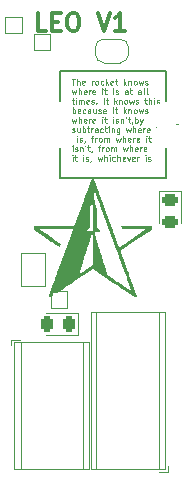
<source format=gbr>
%TF.GenerationSoftware,KiCad,Pcbnew,8.0.0*%
%TF.CreationDate,2024-09-27T20:32:54-07:00*%
%TF.ProjectId,lyrav3r2,6c797261-7633-4723-922e-6b696361645f,rev?*%
%TF.SameCoordinates,Original*%
%TF.FileFunction,Legend,Top*%
%TF.FilePolarity,Positive*%
%FSLAX46Y46*%
G04 Gerber Fmt 4.6, Leading zero omitted, Abs format (unit mm)*
G04 Created by KiCad (PCBNEW 8.0.0) date 2024-09-27 20:32:54*
%MOMM*%
%LPD*%
G01*
G04 APERTURE LIST*
G04 Aperture macros list*
%AMRoundRect*
0 Rectangle with rounded corners*
0 $1 Rounding radius*
0 $2 $3 $4 $5 $6 $7 $8 $9 X,Y pos of 4 corners*
0 Add a 4 corners polygon primitive as box body*
4,1,4,$2,$3,$4,$5,$6,$7,$8,$9,$2,$3,0*
0 Add four circle primitives for the rounded corners*
1,1,$1+$1,$2,$3*
1,1,$1+$1,$4,$5*
1,1,$1+$1,$6,$7*
1,1,$1+$1,$8,$9*
0 Add four rect primitives between the rounded corners*
20,1,$1+$1,$2,$3,$4,$5,0*
20,1,$1+$1,$4,$5,$6,$7,0*
20,1,$1+$1,$6,$7,$8,$9,0*
20,1,$1+$1,$8,$9,$2,$3,0*%
%AMFreePoly0*
4,1,19,0.000000,0.744911,0.071157,0.744911,0.207708,0.704816,0.327430,0.627875,0.420627,0.520320,0.479746,0.390866,0.500000,0.250000,0.500000,-0.250000,0.479746,-0.390866,0.420627,-0.520320,0.327430,-0.627875,0.207708,-0.704816,0.071157,-0.744911,0.000000,-0.744911,0.000000,-0.750000,-0.500000,-0.750000,-0.500000,0.750000,0.000000,0.750000,0.000000,0.744911,0.000000,0.744911,
$1*%
%AMFreePoly1*
4,1,19,0.500000,-0.750000,0.000000,-0.750000,0.000000,-0.744911,-0.071157,-0.744911,-0.207708,-0.704816,-0.327430,-0.627875,-0.420627,-0.520320,-0.479746,-0.390866,-0.500000,-0.250000,-0.500000,0.250000,-0.479746,0.390866,-0.420627,0.520320,-0.327430,0.627875,-0.207708,0.704816,-0.071157,0.744911,0.000000,0.744911,0.000000,0.750000,0.500000,0.750000,0.500000,-0.750000,0.500000,-0.750000,
$1*%
G04 Aperture macros list end*
%ADD10C,0.125000*%
%ADD11C,0.375000*%
%ADD12C,0.200000*%
%ADD13C,0.100000*%
%ADD14C,0.120000*%
%ADD15C,0.000000*%
%ADD16R,1.300000X3.400000*%
%ADD17FreePoly0,0.000000*%
%ADD18FreePoly1,0.000000*%
%ADD19R,1.000000X1.000000*%
%ADD20R,2.200000X2.200000*%
%ADD21C,2.200000*%
%ADD22C,3.800000*%
%ADD23RoundRect,0.492126X-0.632874X-0.257874X0.632874X-0.257874X0.632874X0.257874X-0.632874X0.257874X0*%
%ADD24R,1.500000X1.000000*%
%ADD25RoundRect,0.243750X0.243750X0.456250X-0.243750X0.456250X-0.243750X-0.456250X0.243750X-0.456250X0*%
%ADD26RoundRect,0.243750X-0.456250X0.243750X-0.456250X-0.243750X0.456250X-0.243750X0.456250X0.243750X0*%
%ADD27O,1.400000X1.200000*%
%ADD28O,1.900000X1.200000*%
G04 APERTURE END LIST*
D10*
X8468255Y33823867D02*
X8753969Y33823867D01*
X8611112Y33323867D02*
X8611112Y33823867D01*
X8920635Y33323867D02*
X8920635Y33823867D01*
X9134921Y33323867D02*
X9134921Y33585772D01*
X9134921Y33585772D02*
X9111111Y33633391D01*
X9111111Y33633391D02*
X9063492Y33657200D01*
X9063492Y33657200D02*
X8992064Y33657200D01*
X8992064Y33657200D02*
X8944445Y33633391D01*
X8944445Y33633391D02*
X8920635Y33609581D01*
X9563492Y33347676D02*
X9515873Y33323867D01*
X9515873Y33323867D02*
X9420635Y33323867D01*
X9420635Y33323867D02*
X9373016Y33347676D01*
X9373016Y33347676D02*
X9349207Y33395296D01*
X9349207Y33395296D02*
X9349207Y33585772D01*
X9349207Y33585772D02*
X9373016Y33633391D01*
X9373016Y33633391D02*
X9420635Y33657200D01*
X9420635Y33657200D02*
X9515873Y33657200D01*
X9515873Y33657200D02*
X9563492Y33633391D01*
X9563492Y33633391D02*
X9587302Y33585772D01*
X9587302Y33585772D02*
X9587302Y33538153D01*
X9587302Y33538153D02*
X9349207Y33490534D01*
X10182539Y33323867D02*
X10182539Y33657200D01*
X10182539Y33561962D02*
X10206349Y33609581D01*
X10206349Y33609581D02*
X10230158Y33633391D01*
X10230158Y33633391D02*
X10277777Y33657200D01*
X10277777Y33657200D02*
X10325396Y33657200D01*
X10563492Y33323867D02*
X10515873Y33347676D01*
X10515873Y33347676D02*
X10492063Y33371486D01*
X10492063Y33371486D02*
X10468254Y33419105D01*
X10468254Y33419105D02*
X10468254Y33561962D01*
X10468254Y33561962D02*
X10492063Y33609581D01*
X10492063Y33609581D02*
X10515873Y33633391D01*
X10515873Y33633391D02*
X10563492Y33657200D01*
X10563492Y33657200D02*
X10634920Y33657200D01*
X10634920Y33657200D02*
X10682539Y33633391D01*
X10682539Y33633391D02*
X10706349Y33609581D01*
X10706349Y33609581D02*
X10730158Y33561962D01*
X10730158Y33561962D02*
X10730158Y33419105D01*
X10730158Y33419105D02*
X10706349Y33371486D01*
X10706349Y33371486D02*
X10682539Y33347676D01*
X10682539Y33347676D02*
X10634920Y33323867D01*
X10634920Y33323867D02*
X10563492Y33323867D01*
X11158730Y33347676D02*
X11111111Y33323867D01*
X11111111Y33323867D02*
X11015873Y33323867D01*
X11015873Y33323867D02*
X10968254Y33347676D01*
X10968254Y33347676D02*
X10944444Y33371486D01*
X10944444Y33371486D02*
X10920635Y33419105D01*
X10920635Y33419105D02*
X10920635Y33561962D01*
X10920635Y33561962D02*
X10944444Y33609581D01*
X10944444Y33609581D02*
X10968254Y33633391D01*
X10968254Y33633391D02*
X11015873Y33657200D01*
X11015873Y33657200D02*
X11111111Y33657200D01*
X11111111Y33657200D02*
X11158730Y33633391D01*
X11373015Y33323867D02*
X11373015Y33823867D01*
X11420634Y33514343D02*
X11563491Y33323867D01*
X11563491Y33657200D02*
X11373015Y33466724D01*
X11968253Y33347676D02*
X11920634Y33323867D01*
X11920634Y33323867D02*
X11825396Y33323867D01*
X11825396Y33323867D02*
X11777777Y33347676D01*
X11777777Y33347676D02*
X11753968Y33395296D01*
X11753968Y33395296D02*
X11753968Y33585772D01*
X11753968Y33585772D02*
X11777777Y33633391D01*
X11777777Y33633391D02*
X11825396Y33657200D01*
X11825396Y33657200D02*
X11920634Y33657200D01*
X11920634Y33657200D02*
X11968253Y33633391D01*
X11968253Y33633391D02*
X11992063Y33585772D01*
X11992063Y33585772D02*
X11992063Y33538153D01*
X11992063Y33538153D02*
X11753968Y33490534D01*
X12134920Y33657200D02*
X12325396Y33657200D01*
X12206348Y33823867D02*
X12206348Y33395296D01*
X12206348Y33395296D02*
X12230158Y33347676D01*
X12230158Y33347676D02*
X12277777Y33323867D01*
X12277777Y33323867D02*
X12325396Y33323867D01*
X12873014Y33323867D02*
X12873014Y33823867D01*
X12920633Y33514343D02*
X13063490Y33323867D01*
X13063490Y33657200D02*
X12873014Y33466724D01*
X13277776Y33657200D02*
X13277776Y33323867D01*
X13277776Y33609581D02*
X13301586Y33633391D01*
X13301586Y33633391D02*
X13349205Y33657200D01*
X13349205Y33657200D02*
X13420633Y33657200D01*
X13420633Y33657200D02*
X13468252Y33633391D01*
X13468252Y33633391D02*
X13492062Y33585772D01*
X13492062Y33585772D02*
X13492062Y33323867D01*
X13801586Y33323867D02*
X13753967Y33347676D01*
X13753967Y33347676D02*
X13730157Y33371486D01*
X13730157Y33371486D02*
X13706348Y33419105D01*
X13706348Y33419105D02*
X13706348Y33561962D01*
X13706348Y33561962D02*
X13730157Y33609581D01*
X13730157Y33609581D02*
X13753967Y33633391D01*
X13753967Y33633391D02*
X13801586Y33657200D01*
X13801586Y33657200D02*
X13873014Y33657200D01*
X13873014Y33657200D02*
X13920633Y33633391D01*
X13920633Y33633391D02*
X13944443Y33609581D01*
X13944443Y33609581D02*
X13968252Y33561962D01*
X13968252Y33561962D02*
X13968252Y33419105D01*
X13968252Y33419105D02*
X13944443Y33371486D01*
X13944443Y33371486D02*
X13920633Y33347676D01*
X13920633Y33347676D02*
X13873014Y33323867D01*
X13873014Y33323867D02*
X13801586Y33323867D01*
X14134919Y33657200D02*
X14230157Y33323867D01*
X14230157Y33323867D02*
X14325395Y33561962D01*
X14325395Y33561962D02*
X14420633Y33323867D01*
X14420633Y33323867D02*
X14515871Y33657200D01*
X14682539Y33347676D02*
X14730158Y33323867D01*
X14730158Y33323867D02*
X14825396Y33323867D01*
X14825396Y33323867D02*
X14873015Y33347676D01*
X14873015Y33347676D02*
X14896824Y33395296D01*
X14896824Y33395296D02*
X14896824Y33419105D01*
X14896824Y33419105D02*
X14873015Y33466724D01*
X14873015Y33466724D02*
X14825396Y33490534D01*
X14825396Y33490534D02*
X14753967Y33490534D01*
X14753967Y33490534D02*
X14706348Y33514343D01*
X14706348Y33514343D02*
X14682539Y33561962D01*
X14682539Y33561962D02*
X14682539Y33585772D01*
X14682539Y33585772D02*
X14706348Y33633391D01*
X14706348Y33633391D02*
X14753967Y33657200D01*
X14753967Y33657200D02*
X14825396Y33657200D01*
X14825396Y33657200D02*
X14873015Y33633391D01*
X8492064Y32852228D02*
X8587302Y32518895D01*
X8587302Y32518895D02*
X8682540Y32756990D01*
X8682540Y32756990D02*
X8777778Y32518895D01*
X8777778Y32518895D02*
X8873016Y32852228D01*
X9063493Y32518895D02*
X9063493Y33018895D01*
X9277779Y32518895D02*
X9277779Y32780800D01*
X9277779Y32780800D02*
X9253969Y32828419D01*
X9253969Y32828419D02*
X9206350Y32852228D01*
X9206350Y32852228D02*
X9134922Y32852228D01*
X9134922Y32852228D02*
X9087303Y32828419D01*
X9087303Y32828419D02*
X9063493Y32804609D01*
X9706350Y32542704D02*
X9658731Y32518895D01*
X9658731Y32518895D02*
X9563493Y32518895D01*
X9563493Y32518895D02*
X9515874Y32542704D01*
X9515874Y32542704D02*
X9492065Y32590324D01*
X9492065Y32590324D02*
X9492065Y32780800D01*
X9492065Y32780800D02*
X9515874Y32828419D01*
X9515874Y32828419D02*
X9563493Y32852228D01*
X9563493Y32852228D02*
X9658731Y32852228D01*
X9658731Y32852228D02*
X9706350Y32828419D01*
X9706350Y32828419D02*
X9730160Y32780800D01*
X9730160Y32780800D02*
X9730160Y32733181D01*
X9730160Y32733181D02*
X9492065Y32685562D01*
X9944445Y32518895D02*
X9944445Y32852228D01*
X9944445Y32756990D02*
X9968255Y32804609D01*
X9968255Y32804609D02*
X9992064Y32828419D01*
X9992064Y32828419D02*
X10039683Y32852228D01*
X10039683Y32852228D02*
X10087302Y32852228D01*
X10444445Y32542704D02*
X10396826Y32518895D01*
X10396826Y32518895D02*
X10301588Y32518895D01*
X10301588Y32518895D02*
X10253969Y32542704D01*
X10253969Y32542704D02*
X10230160Y32590324D01*
X10230160Y32590324D02*
X10230160Y32780800D01*
X10230160Y32780800D02*
X10253969Y32828419D01*
X10253969Y32828419D02*
X10301588Y32852228D01*
X10301588Y32852228D02*
X10396826Y32852228D01*
X10396826Y32852228D02*
X10444445Y32828419D01*
X10444445Y32828419D02*
X10468255Y32780800D01*
X10468255Y32780800D02*
X10468255Y32733181D01*
X10468255Y32733181D02*
X10230160Y32685562D01*
X11063492Y32518895D02*
X11063492Y32852228D01*
X11063492Y33018895D02*
X11039683Y32995085D01*
X11039683Y32995085D02*
X11063492Y32971276D01*
X11063492Y32971276D02*
X11087302Y32995085D01*
X11087302Y32995085D02*
X11063492Y33018895D01*
X11063492Y33018895D02*
X11063492Y32971276D01*
X11230159Y32852228D02*
X11420635Y32852228D01*
X11301587Y33018895D02*
X11301587Y32590324D01*
X11301587Y32590324D02*
X11325397Y32542704D01*
X11325397Y32542704D02*
X11373016Y32518895D01*
X11373016Y32518895D02*
X11420635Y32518895D01*
X11968253Y32518895D02*
X11968253Y32852228D01*
X11968253Y33018895D02*
X11944444Y32995085D01*
X11944444Y32995085D02*
X11968253Y32971276D01*
X11968253Y32971276D02*
X11992063Y32995085D01*
X11992063Y32995085D02*
X11968253Y33018895D01*
X11968253Y33018895D02*
X11968253Y32971276D01*
X12182539Y32542704D02*
X12230158Y32518895D01*
X12230158Y32518895D02*
X12325396Y32518895D01*
X12325396Y32518895D02*
X12373015Y32542704D01*
X12373015Y32542704D02*
X12396824Y32590324D01*
X12396824Y32590324D02*
X12396824Y32614133D01*
X12396824Y32614133D02*
X12373015Y32661752D01*
X12373015Y32661752D02*
X12325396Y32685562D01*
X12325396Y32685562D02*
X12253967Y32685562D01*
X12253967Y32685562D02*
X12206348Y32709371D01*
X12206348Y32709371D02*
X12182539Y32756990D01*
X12182539Y32756990D02*
X12182539Y32780800D01*
X12182539Y32780800D02*
X12206348Y32828419D01*
X12206348Y32828419D02*
X12253967Y32852228D01*
X12253967Y32852228D02*
X12325396Y32852228D01*
X12325396Y32852228D02*
X12373015Y32828419D01*
X13206348Y32518895D02*
X13206348Y32780800D01*
X13206348Y32780800D02*
X13182538Y32828419D01*
X13182538Y32828419D02*
X13134919Y32852228D01*
X13134919Y32852228D02*
X13039681Y32852228D01*
X13039681Y32852228D02*
X12992062Y32828419D01*
X13206348Y32542704D02*
X13158729Y32518895D01*
X13158729Y32518895D02*
X13039681Y32518895D01*
X13039681Y32518895D02*
X12992062Y32542704D01*
X12992062Y32542704D02*
X12968253Y32590324D01*
X12968253Y32590324D02*
X12968253Y32637943D01*
X12968253Y32637943D02*
X12992062Y32685562D01*
X12992062Y32685562D02*
X13039681Y32709371D01*
X13039681Y32709371D02*
X13158729Y32709371D01*
X13158729Y32709371D02*
X13206348Y32733181D01*
X13373015Y32852228D02*
X13563491Y32852228D01*
X13444443Y33018895D02*
X13444443Y32590324D01*
X13444443Y32590324D02*
X13468253Y32542704D01*
X13468253Y32542704D02*
X13515872Y32518895D01*
X13515872Y32518895D02*
X13563491Y32518895D01*
X14325395Y32518895D02*
X14325395Y32780800D01*
X14325395Y32780800D02*
X14301585Y32828419D01*
X14301585Y32828419D02*
X14253966Y32852228D01*
X14253966Y32852228D02*
X14158728Y32852228D01*
X14158728Y32852228D02*
X14111109Y32828419D01*
X14325395Y32542704D02*
X14277776Y32518895D01*
X14277776Y32518895D02*
X14158728Y32518895D01*
X14158728Y32518895D02*
X14111109Y32542704D01*
X14111109Y32542704D02*
X14087300Y32590324D01*
X14087300Y32590324D02*
X14087300Y32637943D01*
X14087300Y32637943D02*
X14111109Y32685562D01*
X14111109Y32685562D02*
X14158728Y32709371D01*
X14158728Y32709371D02*
X14277776Y32709371D01*
X14277776Y32709371D02*
X14325395Y32733181D01*
X14634919Y32518895D02*
X14587300Y32542704D01*
X14587300Y32542704D02*
X14563490Y32590324D01*
X14563490Y32590324D02*
X14563490Y33018895D01*
X14896824Y32518895D02*
X14849205Y32542704D01*
X14849205Y32542704D02*
X14825395Y32590324D01*
X14825395Y32590324D02*
X14825395Y33018895D01*
X8468255Y32047256D02*
X8658731Y32047256D01*
X8539683Y32213923D02*
X8539683Y31785352D01*
X8539683Y31785352D02*
X8563493Y31737732D01*
X8563493Y31737732D02*
X8611112Y31713923D01*
X8611112Y31713923D02*
X8658731Y31713923D01*
X8825397Y31713923D02*
X8825397Y32047256D01*
X8825397Y32213923D02*
X8801588Y32190113D01*
X8801588Y32190113D02*
X8825397Y32166304D01*
X8825397Y32166304D02*
X8849207Y32190113D01*
X8849207Y32190113D02*
X8825397Y32213923D01*
X8825397Y32213923D02*
X8825397Y32166304D01*
X9063492Y31713923D02*
X9063492Y32047256D01*
X9063492Y31999637D02*
X9087302Y32023447D01*
X9087302Y32023447D02*
X9134921Y32047256D01*
X9134921Y32047256D02*
X9206349Y32047256D01*
X9206349Y32047256D02*
X9253968Y32023447D01*
X9253968Y32023447D02*
X9277778Y31975828D01*
X9277778Y31975828D02*
X9277778Y31713923D01*
X9277778Y31975828D02*
X9301587Y32023447D01*
X9301587Y32023447D02*
X9349206Y32047256D01*
X9349206Y32047256D02*
X9420635Y32047256D01*
X9420635Y32047256D02*
X9468254Y32023447D01*
X9468254Y32023447D02*
X9492064Y31975828D01*
X9492064Y31975828D02*
X9492064Y31713923D01*
X9920635Y31737732D02*
X9873016Y31713923D01*
X9873016Y31713923D02*
X9777778Y31713923D01*
X9777778Y31713923D02*
X9730159Y31737732D01*
X9730159Y31737732D02*
X9706350Y31785352D01*
X9706350Y31785352D02*
X9706350Y31975828D01*
X9706350Y31975828D02*
X9730159Y32023447D01*
X9730159Y32023447D02*
X9777778Y32047256D01*
X9777778Y32047256D02*
X9873016Y32047256D01*
X9873016Y32047256D02*
X9920635Y32023447D01*
X9920635Y32023447D02*
X9944445Y31975828D01*
X9944445Y31975828D02*
X9944445Y31928209D01*
X9944445Y31928209D02*
X9706350Y31880590D01*
X10134921Y31737732D02*
X10182540Y31713923D01*
X10182540Y31713923D02*
X10277778Y31713923D01*
X10277778Y31713923D02*
X10325397Y31737732D01*
X10325397Y31737732D02*
X10349206Y31785352D01*
X10349206Y31785352D02*
X10349206Y31809161D01*
X10349206Y31809161D02*
X10325397Y31856780D01*
X10325397Y31856780D02*
X10277778Y31880590D01*
X10277778Y31880590D02*
X10206349Y31880590D01*
X10206349Y31880590D02*
X10158730Y31904399D01*
X10158730Y31904399D02*
X10134921Y31952018D01*
X10134921Y31952018D02*
X10134921Y31975828D01*
X10134921Y31975828D02*
X10158730Y32023447D01*
X10158730Y32023447D02*
X10206349Y32047256D01*
X10206349Y32047256D02*
X10277778Y32047256D01*
X10277778Y32047256D02*
X10325397Y32023447D01*
X10563492Y31761542D02*
X10587302Y31737732D01*
X10587302Y31737732D02*
X10563492Y31713923D01*
X10563492Y31713923D02*
X10539683Y31737732D01*
X10539683Y31737732D02*
X10563492Y31761542D01*
X10563492Y31761542D02*
X10563492Y31713923D01*
X11182539Y31713923D02*
X11182539Y32213923D01*
X11349206Y32047256D02*
X11539682Y32047256D01*
X11420634Y32213923D02*
X11420634Y31785352D01*
X11420634Y31785352D02*
X11444444Y31737732D01*
X11444444Y31737732D02*
X11492063Y31713923D01*
X11492063Y31713923D02*
X11539682Y31713923D01*
X12087300Y31713923D02*
X12087300Y32213923D01*
X12134919Y31904399D02*
X12277776Y31713923D01*
X12277776Y32047256D02*
X12087300Y31856780D01*
X12492062Y32047256D02*
X12492062Y31713923D01*
X12492062Y31999637D02*
X12515872Y32023447D01*
X12515872Y32023447D02*
X12563491Y32047256D01*
X12563491Y32047256D02*
X12634919Y32047256D01*
X12634919Y32047256D02*
X12682538Y32023447D01*
X12682538Y32023447D02*
X12706348Y31975828D01*
X12706348Y31975828D02*
X12706348Y31713923D01*
X13015872Y31713923D02*
X12968253Y31737732D01*
X12968253Y31737732D02*
X12944443Y31761542D01*
X12944443Y31761542D02*
X12920634Y31809161D01*
X12920634Y31809161D02*
X12920634Y31952018D01*
X12920634Y31952018D02*
X12944443Y31999637D01*
X12944443Y31999637D02*
X12968253Y32023447D01*
X12968253Y32023447D02*
X13015872Y32047256D01*
X13015872Y32047256D02*
X13087300Y32047256D01*
X13087300Y32047256D02*
X13134919Y32023447D01*
X13134919Y32023447D02*
X13158729Y31999637D01*
X13158729Y31999637D02*
X13182538Y31952018D01*
X13182538Y31952018D02*
X13182538Y31809161D01*
X13182538Y31809161D02*
X13158729Y31761542D01*
X13158729Y31761542D02*
X13134919Y31737732D01*
X13134919Y31737732D02*
X13087300Y31713923D01*
X13087300Y31713923D02*
X13015872Y31713923D01*
X13349205Y32047256D02*
X13444443Y31713923D01*
X13444443Y31713923D02*
X13539681Y31952018D01*
X13539681Y31952018D02*
X13634919Y31713923D01*
X13634919Y31713923D02*
X13730157Y32047256D01*
X13896825Y31737732D02*
X13944444Y31713923D01*
X13944444Y31713923D02*
X14039682Y31713923D01*
X14039682Y31713923D02*
X14087301Y31737732D01*
X14087301Y31737732D02*
X14111110Y31785352D01*
X14111110Y31785352D02*
X14111110Y31809161D01*
X14111110Y31809161D02*
X14087301Y31856780D01*
X14087301Y31856780D02*
X14039682Y31880590D01*
X14039682Y31880590D02*
X13968253Y31880590D01*
X13968253Y31880590D02*
X13920634Y31904399D01*
X13920634Y31904399D02*
X13896825Y31952018D01*
X13896825Y31952018D02*
X13896825Y31975828D01*
X13896825Y31975828D02*
X13920634Y32023447D01*
X13920634Y32023447D02*
X13968253Y32047256D01*
X13968253Y32047256D02*
X14039682Y32047256D01*
X14039682Y32047256D02*
X14087301Y32023447D01*
X14634920Y32047256D02*
X14825396Y32047256D01*
X14706348Y32213923D02*
X14706348Y31785352D01*
X14706348Y31785352D02*
X14730158Y31737732D01*
X14730158Y31737732D02*
X14777777Y31713923D01*
X14777777Y31713923D02*
X14825396Y31713923D01*
X14992062Y31713923D02*
X14992062Y32213923D01*
X15206348Y31713923D02*
X15206348Y31975828D01*
X15206348Y31975828D02*
X15182538Y32023447D01*
X15182538Y32023447D02*
X15134919Y32047256D01*
X15134919Y32047256D02*
X15063491Y32047256D01*
X15063491Y32047256D02*
X15015872Y32023447D01*
X15015872Y32023447D02*
X14992062Y31999637D01*
X15444443Y31713923D02*
X15444443Y32047256D01*
X15444443Y32213923D02*
X15420634Y32190113D01*
X15420634Y32190113D02*
X15444443Y32166304D01*
X15444443Y32166304D02*
X15468253Y32190113D01*
X15468253Y32190113D02*
X15444443Y32213923D01*
X15444443Y32213923D02*
X15444443Y32166304D01*
X15658729Y31737732D02*
X15706348Y31713923D01*
X15706348Y31713923D02*
X15801586Y31713923D01*
X15801586Y31713923D02*
X15849205Y31737732D01*
X15849205Y31737732D02*
X15873014Y31785352D01*
X15873014Y31785352D02*
X15873014Y31809161D01*
X15873014Y31809161D02*
X15849205Y31856780D01*
X15849205Y31856780D02*
X15801586Y31880590D01*
X15801586Y31880590D02*
X15730157Y31880590D01*
X15730157Y31880590D02*
X15682538Y31904399D01*
X15682538Y31904399D02*
X15658729Y31952018D01*
X15658729Y31952018D02*
X15658729Y31975828D01*
X15658729Y31975828D02*
X15682538Y32023447D01*
X15682538Y32023447D02*
X15730157Y32047256D01*
X15730157Y32047256D02*
X15801586Y32047256D01*
X15801586Y32047256D02*
X15849205Y32023447D01*
X8539683Y30908951D02*
X8539683Y31408951D01*
X8539683Y31218475D02*
X8587302Y31242284D01*
X8587302Y31242284D02*
X8682540Y31242284D01*
X8682540Y31242284D02*
X8730159Y31218475D01*
X8730159Y31218475D02*
X8753969Y31194665D01*
X8753969Y31194665D02*
X8777778Y31147046D01*
X8777778Y31147046D02*
X8777778Y31004189D01*
X8777778Y31004189D02*
X8753969Y30956570D01*
X8753969Y30956570D02*
X8730159Y30932760D01*
X8730159Y30932760D02*
X8682540Y30908951D01*
X8682540Y30908951D02*
X8587302Y30908951D01*
X8587302Y30908951D02*
X8539683Y30932760D01*
X9182540Y30932760D02*
X9134921Y30908951D01*
X9134921Y30908951D02*
X9039683Y30908951D01*
X9039683Y30908951D02*
X8992064Y30932760D01*
X8992064Y30932760D02*
X8968255Y30980380D01*
X8968255Y30980380D02*
X8968255Y31170856D01*
X8968255Y31170856D02*
X8992064Y31218475D01*
X8992064Y31218475D02*
X9039683Y31242284D01*
X9039683Y31242284D02*
X9134921Y31242284D01*
X9134921Y31242284D02*
X9182540Y31218475D01*
X9182540Y31218475D02*
X9206350Y31170856D01*
X9206350Y31170856D02*
X9206350Y31123237D01*
X9206350Y31123237D02*
X8968255Y31075618D01*
X9634921Y30932760D02*
X9587302Y30908951D01*
X9587302Y30908951D02*
X9492064Y30908951D01*
X9492064Y30908951D02*
X9444445Y30932760D01*
X9444445Y30932760D02*
X9420635Y30956570D01*
X9420635Y30956570D02*
X9396826Y31004189D01*
X9396826Y31004189D02*
X9396826Y31147046D01*
X9396826Y31147046D02*
X9420635Y31194665D01*
X9420635Y31194665D02*
X9444445Y31218475D01*
X9444445Y31218475D02*
X9492064Y31242284D01*
X9492064Y31242284D02*
X9587302Y31242284D01*
X9587302Y31242284D02*
X9634921Y31218475D01*
X10063492Y30908951D02*
X10063492Y31170856D01*
X10063492Y31170856D02*
X10039682Y31218475D01*
X10039682Y31218475D02*
X9992063Y31242284D01*
X9992063Y31242284D02*
X9896825Y31242284D01*
X9896825Y31242284D02*
X9849206Y31218475D01*
X10063492Y30932760D02*
X10015873Y30908951D01*
X10015873Y30908951D02*
X9896825Y30908951D01*
X9896825Y30908951D02*
X9849206Y30932760D01*
X9849206Y30932760D02*
X9825397Y30980380D01*
X9825397Y30980380D02*
X9825397Y31027999D01*
X9825397Y31027999D02*
X9849206Y31075618D01*
X9849206Y31075618D02*
X9896825Y31099427D01*
X9896825Y31099427D02*
X10015873Y31099427D01*
X10015873Y31099427D02*
X10063492Y31123237D01*
X10515873Y31242284D02*
X10515873Y30908951D01*
X10301587Y31242284D02*
X10301587Y30980380D01*
X10301587Y30980380D02*
X10325397Y30932760D01*
X10325397Y30932760D02*
X10373016Y30908951D01*
X10373016Y30908951D02*
X10444444Y30908951D01*
X10444444Y30908951D02*
X10492063Y30932760D01*
X10492063Y30932760D02*
X10515873Y30956570D01*
X10730159Y30932760D02*
X10777778Y30908951D01*
X10777778Y30908951D02*
X10873016Y30908951D01*
X10873016Y30908951D02*
X10920635Y30932760D01*
X10920635Y30932760D02*
X10944444Y30980380D01*
X10944444Y30980380D02*
X10944444Y31004189D01*
X10944444Y31004189D02*
X10920635Y31051808D01*
X10920635Y31051808D02*
X10873016Y31075618D01*
X10873016Y31075618D02*
X10801587Y31075618D01*
X10801587Y31075618D02*
X10753968Y31099427D01*
X10753968Y31099427D02*
X10730159Y31147046D01*
X10730159Y31147046D02*
X10730159Y31170856D01*
X10730159Y31170856D02*
X10753968Y31218475D01*
X10753968Y31218475D02*
X10801587Y31242284D01*
X10801587Y31242284D02*
X10873016Y31242284D01*
X10873016Y31242284D02*
X10920635Y31218475D01*
X11349206Y30932760D02*
X11301587Y30908951D01*
X11301587Y30908951D02*
X11206349Y30908951D01*
X11206349Y30908951D02*
X11158730Y30932760D01*
X11158730Y30932760D02*
X11134921Y30980380D01*
X11134921Y30980380D02*
X11134921Y31170856D01*
X11134921Y31170856D02*
X11158730Y31218475D01*
X11158730Y31218475D02*
X11206349Y31242284D01*
X11206349Y31242284D02*
X11301587Y31242284D01*
X11301587Y31242284D02*
X11349206Y31218475D01*
X11349206Y31218475D02*
X11373016Y31170856D01*
X11373016Y31170856D02*
X11373016Y31123237D01*
X11373016Y31123237D02*
X11134921Y31075618D01*
X11968253Y30908951D02*
X11968253Y31242284D01*
X11968253Y31408951D02*
X11944444Y31385141D01*
X11944444Y31385141D02*
X11968253Y31361332D01*
X11968253Y31361332D02*
X11992063Y31385141D01*
X11992063Y31385141D02*
X11968253Y31408951D01*
X11968253Y31408951D02*
X11968253Y31361332D01*
X12134920Y31242284D02*
X12325396Y31242284D01*
X12206348Y31408951D02*
X12206348Y30980380D01*
X12206348Y30980380D02*
X12230158Y30932760D01*
X12230158Y30932760D02*
X12277777Y30908951D01*
X12277777Y30908951D02*
X12325396Y30908951D01*
X12873014Y30908951D02*
X12873014Y31408951D01*
X12920633Y31099427D02*
X13063490Y30908951D01*
X13063490Y31242284D02*
X12873014Y31051808D01*
X13277776Y31242284D02*
X13277776Y30908951D01*
X13277776Y31194665D02*
X13301586Y31218475D01*
X13301586Y31218475D02*
X13349205Y31242284D01*
X13349205Y31242284D02*
X13420633Y31242284D01*
X13420633Y31242284D02*
X13468252Y31218475D01*
X13468252Y31218475D02*
X13492062Y31170856D01*
X13492062Y31170856D02*
X13492062Y30908951D01*
X13801586Y30908951D02*
X13753967Y30932760D01*
X13753967Y30932760D02*
X13730157Y30956570D01*
X13730157Y30956570D02*
X13706348Y31004189D01*
X13706348Y31004189D02*
X13706348Y31147046D01*
X13706348Y31147046D02*
X13730157Y31194665D01*
X13730157Y31194665D02*
X13753967Y31218475D01*
X13753967Y31218475D02*
X13801586Y31242284D01*
X13801586Y31242284D02*
X13873014Y31242284D01*
X13873014Y31242284D02*
X13920633Y31218475D01*
X13920633Y31218475D02*
X13944443Y31194665D01*
X13944443Y31194665D02*
X13968252Y31147046D01*
X13968252Y31147046D02*
X13968252Y31004189D01*
X13968252Y31004189D02*
X13944443Y30956570D01*
X13944443Y30956570D02*
X13920633Y30932760D01*
X13920633Y30932760D02*
X13873014Y30908951D01*
X13873014Y30908951D02*
X13801586Y30908951D01*
X14134919Y31242284D02*
X14230157Y30908951D01*
X14230157Y30908951D02*
X14325395Y31147046D01*
X14325395Y31147046D02*
X14420633Y30908951D01*
X14420633Y30908951D02*
X14515871Y31242284D01*
X14682539Y30932760D02*
X14730158Y30908951D01*
X14730158Y30908951D02*
X14825396Y30908951D01*
X14825396Y30908951D02*
X14873015Y30932760D01*
X14873015Y30932760D02*
X14896824Y30980380D01*
X14896824Y30980380D02*
X14896824Y31004189D01*
X14896824Y31004189D02*
X14873015Y31051808D01*
X14873015Y31051808D02*
X14825396Y31075618D01*
X14825396Y31075618D02*
X14753967Y31075618D01*
X14753967Y31075618D02*
X14706348Y31099427D01*
X14706348Y31099427D02*
X14682539Y31147046D01*
X14682539Y31147046D02*
X14682539Y31170856D01*
X14682539Y31170856D02*
X14706348Y31218475D01*
X14706348Y31218475D02*
X14753967Y31242284D01*
X14753967Y31242284D02*
X14825396Y31242284D01*
X14825396Y31242284D02*
X14873015Y31218475D01*
X8492064Y30437312D02*
X8587302Y30103979D01*
X8587302Y30103979D02*
X8682540Y30342074D01*
X8682540Y30342074D02*
X8777778Y30103979D01*
X8777778Y30103979D02*
X8873016Y30437312D01*
X9063493Y30103979D02*
X9063493Y30603979D01*
X9277779Y30103979D02*
X9277779Y30365884D01*
X9277779Y30365884D02*
X9253969Y30413503D01*
X9253969Y30413503D02*
X9206350Y30437312D01*
X9206350Y30437312D02*
X9134922Y30437312D01*
X9134922Y30437312D02*
X9087303Y30413503D01*
X9087303Y30413503D02*
X9063493Y30389693D01*
X9706350Y30127788D02*
X9658731Y30103979D01*
X9658731Y30103979D02*
X9563493Y30103979D01*
X9563493Y30103979D02*
X9515874Y30127788D01*
X9515874Y30127788D02*
X9492065Y30175408D01*
X9492065Y30175408D02*
X9492065Y30365884D01*
X9492065Y30365884D02*
X9515874Y30413503D01*
X9515874Y30413503D02*
X9563493Y30437312D01*
X9563493Y30437312D02*
X9658731Y30437312D01*
X9658731Y30437312D02*
X9706350Y30413503D01*
X9706350Y30413503D02*
X9730160Y30365884D01*
X9730160Y30365884D02*
X9730160Y30318265D01*
X9730160Y30318265D02*
X9492065Y30270646D01*
X9944445Y30103979D02*
X9944445Y30437312D01*
X9944445Y30342074D02*
X9968255Y30389693D01*
X9968255Y30389693D02*
X9992064Y30413503D01*
X9992064Y30413503D02*
X10039683Y30437312D01*
X10039683Y30437312D02*
X10087302Y30437312D01*
X10444445Y30127788D02*
X10396826Y30103979D01*
X10396826Y30103979D02*
X10301588Y30103979D01*
X10301588Y30103979D02*
X10253969Y30127788D01*
X10253969Y30127788D02*
X10230160Y30175408D01*
X10230160Y30175408D02*
X10230160Y30365884D01*
X10230160Y30365884D02*
X10253969Y30413503D01*
X10253969Y30413503D02*
X10301588Y30437312D01*
X10301588Y30437312D02*
X10396826Y30437312D01*
X10396826Y30437312D02*
X10444445Y30413503D01*
X10444445Y30413503D02*
X10468255Y30365884D01*
X10468255Y30365884D02*
X10468255Y30318265D01*
X10468255Y30318265D02*
X10230160Y30270646D01*
X11063492Y30103979D02*
X11063492Y30437312D01*
X11063492Y30603979D02*
X11039683Y30580169D01*
X11039683Y30580169D02*
X11063492Y30556360D01*
X11063492Y30556360D02*
X11087302Y30580169D01*
X11087302Y30580169D02*
X11063492Y30603979D01*
X11063492Y30603979D02*
X11063492Y30556360D01*
X11230159Y30437312D02*
X11420635Y30437312D01*
X11301587Y30603979D02*
X11301587Y30175408D01*
X11301587Y30175408D02*
X11325397Y30127788D01*
X11325397Y30127788D02*
X11373016Y30103979D01*
X11373016Y30103979D02*
X11420635Y30103979D01*
X11968253Y30103979D02*
X11968253Y30437312D01*
X11968253Y30603979D02*
X11944444Y30580169D01*
X11944444Y30580169D02*
X11968253Y30556360D01*
X11968253Y30556360D02*
X11992063Y30580169D01*
X11992063Y30580169D02*
X11968253Y30603979D01*
X11968253Y30603979D02*
X11968253Y30556360D01*
X12182539Y30127788D02*
X12230158Y30103979D01*
X12230158Y30103979D02*
X12325396Y30103979D01*
X12325396Y30103979D02*
X12373015Y30127788D01*
X12373015Y30127788D02*
X12396824Y30175408D01*
X12396824Y30175408D02*
X12396824Y30199217D01*
X12396824Y30199217D02*
X12373015Y30246836D01*
X12373015Y30246836D02*
X12325396Y30270646D01*
X12325396Y30270646D02*
X12253967Y30270646D01*
X12253967Y30270646D02*
X12206348Y30294455D01*
X12206348Y30294455D02*
X12182539Y30342074D01*
X12182539Y30342074D02*
X12182539Y30365884D01*
X12182539Y30365884D02*
X12206348Y30413503D01*
X12206348Y30413503D02*
X12253967Y30437312D01*
X12253967Y30437312D02*
X12325396Y30437312D01*
X12325396Y30437312D02*
X12373015Y30413503D01*
X12611110Y30437312D02*
X12611110Y30103979D01*
X12611110Y30389693D02*
X12634920Y30413503D01*
X12634920Y30413503D02*
X12682539Y30437312D01*
X12682539Y30437312D02*
X12753967Y30437312D01*
X12753967Y30437312D02*
X12801586Y30413503D01*
X12801586Y30413503D02*
X12825396Y30365884D01*
X12825396Y30365884D02*
X12825396Y30103979D01*
X13087301Y30603979D02*
X13039682Y30508741D01*
X13230158Y30437312D02*
X13420634Y30437312D01*
X13301586Y30603979D02*
X13301586Y30175408D01*
X13301586Y30175408D02*
X13325396Y30127788D01*
X13325396Y30127788D02*
X13373015Y30103979D01*
X13373015Y30103979D02*
X13420634Y30103979D01*
X13611110Y30127788D02*
X13611110Y30103979D01*
X13611110Y30103979D02*
X13587300Y30056360D01*
X13587300Y30056360D02*
X13563491Y30032550D01*
X13825395Y30103979D02*
X13825395Y30603979D01*
X13825395Y30413503D02*
X13873014Y30437312D01*
X13873014Y30437312D02*
X13968252Y30437312D01*
X13968252Y30437312D02*
X14015871Y30413503D01*
X14015871Y30413503D02*
X14039681Y30389693D01*
X14039681Y30389693D02*
X14063490Y30342074D01*
X14063490Y30342074D02*
X14063490Y30199217D01*
X14063490Y30199217D02*
X14039681Y30151598D01*
X14039681Y30151598D02*
X14015871Y30127788D01*
X14015871Y30127788D02*
X13968252Y30103979D01*
X13968252Y30103979D02*
X13873014Y30103979D01*
X13873014Y30103979D02*
X13825395Y30127788D01*
X14230157Y30437312D02*
X14349205Y30103979D01*
X14468252Y30437312D02*
X14349205Y30103979D01*
X14349205Y30103979D02*
X14301586Y29984931D01*
X14301586Y29984931D02*
X14277776Y29961122D01*
X14277776Y29961122D02*
X14230157Y29937312D01*
X8515874Y29322816D02*
X8563493Y29299007D01*
X8563493Y29299007D02*
X8658731Y29299007D01*
X8658731Y29299007D02*
X8706350Y29322816D01*
X8706350Y29322816D02*
X8730159Y29370436D01*
X8730159Y29370436D02*
X8730159Y29394245D01*
X8730159Y29394245D02*
X8706350Y29441864D01*
X8706350Y29441864D02*
X8658731Y29465674D01*
X8658731Y29465674D02*
X8587302Y29465674D01*
X8587302Y29465674D02*
X8539683Y29489483D01*
X8539683Y29489483D02*
X8515874Y29537102D01*
X8515874Y29537102D02*
X8515874Y29560912D01*
X8515874Y29560912D02*
X8539683Y29608531D01*
X8539683Y29608531D02*
X8587302Y29632340D01*
X8587302Y29632340D02*
X8658731Y29632340D01*
X8658731Y29632340D02*
X8706350Y29608531D01*
X9158731Y29632340D02*
X9158731Y29299007D01*
X8944445Y29632340D02*
X8944445Y29370436D01*
X8944445Y29370436D02*
X8968255Y29322816D01*
X8968255Y29322816D02*
X9015874Y29299007D01*
X9015874Y29299007D02*
X9087302Y29299007D01*
X9087302Y29299007D02*
X9134921Y29322816D01*
X9134921Y29322816D02*
X9158731Y29346626D01*
X9396826Y29299007D02*
X9396826Y29799007D01*
X9396826Y29608531D02*
X9444445Y29632340D01*
X9444445Y29632340D02*
X9539683Y29632340D01*
X9539683Y29632340D02*
X9587302Y29608531D01*
X9587302Y29608531D02*
X9611112Y29584721D01*
X9611112Y29584721D02*
X9634921Y29537102D01*
X9634921Y29537102D02*
X9634921Y29394245D01*
X9634921Y29394245D02*
X9611112Y29346626D01*
X9611112Y29346626D02*
X9587302Y29322816D01*
X9587302Y29322816D02*
X9539683Y29299007D01*
X9539683Y29299007D02*
X9444445Y29299007D01*
X9444445Y29299007D02*
X9396826Y29322816D01*
X9777779Y29632340D02*
X9968255Y29632340D01*
X9849207Y29799007D02*
X9849207Y29370436D01*
X9849207Y29370436D02*
X9873017Y29322816D01*
X9873017Y29322816D02*
X9920636Y29299007D01*
X9920636Y29299007D02*
X9968255Y29299007D01*
X10134921Y29299007D02*
X10134921Y29632340D01*
X10134921Y29537102D02*
X10158731Y29584721D01*
X10158731Y29584721D02*
X10182540Y29608531D01*
X10182540Y29608531D02*
X10230159Y29632340D01*
X10230159Y29632340D02*
X10277778Y29632340D01*
X10658731Y29299007D02*
X10658731Y29560912D01*
X10658731Y29560912D02*
X10634921Y29608531D01*
X10634921Y29608531D02*
X10587302Y29632340D01*
X10587302Y29632340D02*
X10492064Y29632340D01*
X10492064Y29632340D02*
X10444445Y29608531D01*
X10658731Y29322816D02*
X10611112Y29299007D01*
X10611112Y29299007D02*
X10492064Y29299007D01*
X10492064Y29299007D02*
X10444445Y29322816D01*
X10444445Y29322816D02*
X10420636Y29370436D01*
X10420636Y29370436D02*
X10420636Y29418055D01*
X10420636Y29418055D02*
X10444445Y29465674D01*
X10444445Y29465674D02*
X10492064Y29489483D01*
X10492064Y29489483D02*
X10611112Y29489483D01*
X10611112Y29489483D02*
X10658731Y29513293D01*
X11111112Y29322816D02*
X11063493Y29299007D01*
X11063493Y29299007D02*
X10968255Y29299007D01*
X10968255Y29299007D02*
X10920636Y29322816D01*
X10920636Y29322816D02*
X10896826Y29346626D01*
X10896826Y29346626D02*
X10873017Y29394245D01*
X10873017Y29394245D02*
X10873017Y29537102D01*
X10873017Y29537102D02*
X10896826Y29584721D01*
X10896826Y29584721D02*
X10920636Y29608531D01*
X10920636Y29608531D02*
X10968255Y29632340D01*
X10968255Y29632340D02*
X11063493Y29632340D01*
X11063493Y29632340D02*
X11111112Y29608531D01*
X11253969Y29632340D02*
X11444445Y29632340D01*
X11325397Y29799007D02*
X11325397Y29370436D01*
X11325397Y29370436D02*
X11349207Y29322816D01*
X11349207Y29322816D02*
X11396826Y29299007D01*
X11396826Y29299007D02*
X11444445Y29299007D01*
X11611111Y29299007D02*
X11611111Y29632340D01*
X11611111Y29799007D02*
X11587302Y29775197D01*
X11587302Y29775197D02*
X11611111Y29751388D01*
X11611111Y29751388D02*
X11634921Y29775197D01*
X11634921Y29775197D02*
X11611111Y29799007D01*
X11611111Y29799007D02*
X11611111Y29751388D01*
X11849206Y29632340D02*
X11849206Y29299007D01*
X11849206Y29584721D02*
X11873016Y29608531D01*
X11873016Y29608531D02*
X11920635Y29632340D01*
X11920635Y29632340D02*
X11992063Y29632340D01*
X11992063Y29632340D02*
X12039682Y29608531D01*
X12039682Y29608531D02*
X12063492Y29560912D01*
X12063492Y29560912D02*
X12063492Y29299007D01*
X12515873Y29632340D02*
X12515873Y29227578D01*
X12515873Y29227578D02*
X12492063Y29179959D01*
X12492063Y29179959D02*
X12468254Y29156150D01*
X12468254Y29156150D02*
X12420635Y29132340D01*
X12420635Y29132340D02*
X12349206Y29132340D01*
X12349206Y29132340D02*
X12301587Y29156150D01*
X12515873Y29322816D02*
X12468254Y29299007D01*
X12468254Y29299007D02*
X12373016Y29299007D01*
X12373016Y29299007D02*
X12325397Y29322816D01*
X12325397Y29322816D02*
X12301587Y29346626D01*
X12301587Y29346626D02*
X12277778Y29394245D01*
X12277778Y29394245D02*
X12277778Y29537102D01*
X12277778Y29537102D02*
X12301587Y29584721D01*
X12301587Y29584721D02*
X12325397Y29608531D01*
X12325397Y29608531D02*
X12373016Y29632340D01*
X12373016Y29632340D02*
X12468254Y29632340D01*
X12468254Y29632340D02*
X12515873Y29608531D01*
X13087301Y29632340D02*
X13182539Y29299007D01*
X13182539Y29299007D02*
X13277777Y29537102D01*
X13277777Y29537102D02*
X13373015Y29299007D01*
X13373015Y29299007D02*
X13468253Y29632340D01*
X13658730Y29299007D02*
X13658730Y29799007D01*
X13873016Y29299007D02*
X13873016Y29560912D01*
X13873016Y29560912D02*
X13849206Y29608531D01*
X13849206Y29608531D02*
X13801587Y29632340D01*
X13801587Y29632340D02*
X13730159Y29632340D01*
X13730159Y29632340D02*
X13682540Y29608531D01*
X13682540Y29608531D02*
X13658730Y29584721D01*
X14301587Y29322816D02*
X14253968Y29299007D01*
X14253968Y29299007D02*
X14158730Y29299007D01*
X14158730Y29299007D02*
X14111111Y29322816D01*
X14111111Y29322816D02*
X14087302Y29370436D01*
X14087302Y29370436D02*
X14087302Y29560912D01*
X14087302Y29560912D02*
X14111111Y29608531D01*
X14111111Y29608531D02*
X14158730Y29632340D01*
X14158730Y29632340D02*
X14253968Y29632340D01*
X14253968Y29632340D02*
X14301587Y29608531D01*
X14301587Y29608531D02*
X14325397Y29560912D01*
X14325397Y29560912D02*
X14325397Y29513293D01*
X14325397Y29513293D02*
X14087302Y29465674D01*
X14539682Y29299007D02*
X14539682Y29632340D01*
X14539682Y29537102D02*
X14563492Y29584721D01*
X14563492Y29584721D02*
X14587301Y29608531D01*
X14587301Y29608531D02*
X14634920Y29632340D01*
X14634920Y29632340D02*
X14682539Y29632340D01*
X15039682Y29322816D02*
X14992063Y29299007D01*
X14992063Y29299007D02*
X14896825Y29299007D01*
X14896825Y29299007D02*
X14849206Y29322816D01*
X14849206Y29322816D02*
X14825397Y29370436D01*
X14825397Y29370436D02*
X14825397Y29560912D01*
X14825397Y29560912D02*
X14849206Y29608531D01*
X14849206Y29608531D02*
X14896825Y29632340D01*
X14896825Y29632340D02*
X14992063Y29632340D01*
X14992063Y29632340D02*
X15039682Y29608531D01*
X15039682Y29608531D02*
X15063492Y29560912D01*
X15063492Y29560912D02*
X15063492Y29513293D01*
X15063492Y29513293D02*
X14825397Y29465674D01*
X15658729Y29299007D02*
X15658729Y29632340D01*
X15658729Y29799007D02*
X15634920Y29775197D01*
X15634920Y29775197D02*
X15658729Y29751388D01*
X15658729Y29751388D02*
X15682539Y29775197D01*
X15682539Y29775197D02*
X15658729Y29799007D01*
X15658729Y29799007D02*
X15658729Y29751388D01*
X15825396Y29632340D02*
X16015872Y29632340D01*
X15896824Y29799007D02*
X15896824Y29370436D01*
X15896824Y29370436D02*
X15920634Y29322816D01*
X15920634Y29322816D02*
X15968253Y29299007D01*
X15968253Y29299007D02*
X16015872Y29299007D01*
X8920635Y28494035D02*
X8920635Y28827368D01*
X8920635Y28994035D02*
X8896826Y28970225D01*
X8896826Y28970225D02*
X8920635Y28946416D01*
X8920635Y28946416D02*
X8944445Y28970225D01*
X8944445Y28970225D02*
X8920635Y28994035D01*
X8920635Y28994035D02*
X8920635Y28946416D01*
X9134921Y28517844D02*
X9182540Y28494035D01*
X9182540Y28494035D02*
X9277778Y28494035D01*
X9277778Y28494035D02*
X9325397Y28517844D01*
X9325397Y28517844D02*
X9349206Y28565464D01*
X9349206Y28565464D02*
X9349206Y28589273D01*
X9349206Y28589273D02*
X9325397Y28636892D01*
X9325397Y28636892D02*
X9277778Y28660702D01*
X9277778Y28660702D02*
X9206349Y28660702D01*
X9206349Y28660702D02*
X9158730Y28684511D01*
X9158730Y28684511D02*
X9134921Y28732130D01*
X9134921Y28732130D02*
X9134921Y28755940D01*
X9134921Y28755940D02*
X9158730Y28803559D01*
X9158730Y28803559D02*
X9206349Y28827368D01*
X9206349Y28827368D02*
X9277778Y28827368D01*
X9277778Y28827368D02*
X9325397Y28803559D01*
X9587302Y28517844D02*
X9587302Y28494035D01*
X9587302Y28494035D02*
X9563492Y28446416D01*
X9563492Y28446416D02*
X9539683Y28422606D01*
X10111111Y28827368D02*
X10301587Y28827368D01*
X10182539Y28494035D02*
X10182539Y28922606D01*
X10182539Y28922606D02*
X10206349Y28970225D01*
X10206349Y28970225D02*
X10253968Y28994035D01*
X10253968Y28994035D02*
X10301587Y28994035D01*
X10468253Y28494035D02*
X10468253Y28827368D01*
X10468253Y28732130D02*
X10492063Y28779749D01*
X10492063Y28779749D02*
X10515872Y28803559D01*
X10515872Y28803559D02*
X10563491Y28827368D01*
X10563491Y28827368D02*
X10611110Y28827368D01*
X10849206Y28494035D02*
X10801587Y28517844D01*
X10801587Y28517844D02*
X10777777Y28541654D01*
X10777777Y28541654D02*
X10753968Y28589273D01*
X10753968Y28589273D02*
X10753968Y28732130D01*
X10753968Y28732130D02*
X10777777Y28779749D01*
X10777777Y28779749D02*
X10801587Y28803559D01*
X10801587Y28803559D02*
X10849206Y28827368D01*
X10849206Y28827368D02*
X10920634Y28827368D01*
X10920634Y28827368D02*
X10968253Y28803559D01*
X10968253Y28803559D02*
X10992063Y28779749D01*
X10992063Y28779749D02*
X11015872Y28732130D01*
X11015872Y28732130D02*
X11015872Y28589273D01*
X11015872Y28589273D02*
X10992063Y28541654D01*
X10992063Y28541654D02*
X10968253Y28517844D01*
X10968253Y28517844D02*
X10920634Y28494035D01*
X10920634Y28494035D02*
X10849206Y28494035D01*
X11230158Y28494035D02*
X11230158Y28827368D01*
X11230158Y28779749D02*
X11253968Y28803559D01*
X11253968Y28803559D02*
X11301587Y28827368D01*
X11301587Y28827368D02*
X11373015Y28827368D01*
X11373015Y28827368D02*
X11420634Y28803559D01*
X11420634Y28803559D02*
X11444444Y28755940D01*
X11444444Y28755940D02*
X11444444Y28494035D01*
X11444444Y28755940D02*
X11468253Y28803559D01*
X11468253Y28803559D02*
X11515872Y28827368D01*
X11515872Y28827368D02*
X11587301Y28827368D01*
X11587301Y28827368D02*
X11634920Y28803559D01*
X11634920Y28803559D02*
X11658730Y28755940D01*
X11658730Y28755940D02*
X11658730Y28494035D01*
X12230158Y28827368D02*
X12325396Y28494035D01*
X12325396Y28494035D02*
X12420634Y28732130D01*
X12420634Y28732130D02*
X12515872Y28494035D01*
X12515872Y28494035D02*
X12611110Y28827368D01*
X12801587Y28494035D02*
X12801587Y28994035D01*
X13015873Y28494035D02*
X13015873Y28755940D01*
X13015873Y28755940D02*
X12992063Y28803559D01*
X12992063Y28803559D02*
X12944444Y28827368D01*
X12944444Y28827368D02*
X12873016Y28827368D01*
X12873016Y28827368D02*
X12825397Y28803559D01*
X12825397Y28803559D02*
X12801587Y28779749D01*
X13444444Y28517844D02*
X13396825Y28494035D01*
X13396825Y28494035D02*
X13301587Y28494035D01*
X13301587Y28494035D02*
X13253968Y28517844D01*
X13253968Y28517844D02*
X13230159Y28565464D01*
X13230159Y28565464D02*
X13230159Y28755940D01*
X13230159Y28755940D02*
X13253968Y28803559D01*
X13253968Y28803559D02*
X13301587Y28827368D01*
X13301587Y28827368D02*
X13396825Y28827368D01*
X13396825Y28827368D02*
X13444444Y28803559D01*
X13444444Y28803559D02*
X13468254Y28755940D01*
X13468254Y28755940D02*
X13468254Y28708321D01*
X13468254Y28708321D02*
X13230159Y28660702D01*
X13682539Y28494035D02*
X13682539Y28827368D01*
X13682539Y28732130D02*
X13706349Y28779749D01*
X13706349Y28779749D02*
X13730158Y28803559D01*
X13730158Y28803559D02*
X13777777Y28827368D01*
X13777777Y28827368D02*
X13825396Y28827368D01*
X14182539Y28517844D02*
X14134920Y28494035D01*
X14134920Y28494035D02*
X14039682Y28494035D01*
X14039682Y28494035D02*
X13992063Y28517844D01*
X13992063Y28517844D02*
X13968254Y28565464D01*
X13968254Y28565464D02*
X13968254Y28755940D01*
X13968254Y28755940D02*
X13992063Y28803559D01*
X13992063Y28803559D02*
X14039682Y28827368D01*
X14039682Y28827368D02*
X14134920Y28827368D01*
X14134920Y28827368D02*
X14182539Y28803559D01*
X14182539Y28803559D02*
X14206349Y28755940D01*
X14206349Y28755940D02*
X14206349Y28708321D01*
X14206349Y28708321D02*
X13968254Y28660702D01*
X14801586Y28494035D02*
X14801586Y28827368D01*
X14801586Y28994035D02*
X14777777Y28970225D01*
X14777777Y28970225D02*
X14801586Y28946416D01*
X14801586Y28946416D02*
X14825396Y28970225D01*
X14825396Y28970225D02*
X14801586Y28994035D01*
X14801586Y28994035D02*
X14801586Y28946416D01*
X14968253Y28827368D02*
X15158729Y28827368D01*
X15039681Y28994035D02*
X15039681Y28565464D01*
X15039681Y28565464D02*
X15063491Y28517844D01*
X15063491Y28517844D02*
X15111110Y28494035D01*
X15111110Y28494035D02*
X15158729Y28494035D01*
X8539683Y27689063D02*
X8539683Y28022396D01*
X8539683Y28189063D02*
X8515874Y28165253D01*
X8515874Y28165253D02*
X8539683Y28141444D01*
X8539683Y28141444D02*
X8563493Y28165253D01*
X8563493Y28165253D02*
X8539683Y28189063D01*
X8539683Y28189063D02*
X8539683Y28141444D01*
X8753969Y27712872D02*
X8801588Y27689063D01*
X8801588Y27689063D02*
X8896826Y27689063D01*
X8896826Y27689063D02*
X8944445Y27712872D01*
X8944445Y27712872D02*
X8968254Y27760492D01*
X8968254Y27760492D02*
X8968254Y27784301D01*
X8968254Y27784301D02*
X8944445Y27831920D01*
X8944445Y27831920D02*
X8896826Y27855730D01*
X8896826Y27855730D02*
X8825397Y27855730D01*
X8825397Y27855730D02*
X8777778Y27879539D01*
X8777778Y27879539D02*
X8753969Y27927158D01*
X8753969Y27927158D02*
X8753969Y27950968D01*
X8753969Y27950968D02*
X8777778Y27998587D01*
X8777778Y27998587D02*
X8825397Y28022396D01*
X8825397Y28022396D02*
X8896826Y28022396D01*
X8896826Y28022396D02*
X8944445Y27998587D01*
X9182540Y28022396D02*
X9182540Y27689063D01*
X9182540Y27974777D02*
X9206350Y27998587D01*
X9206350Y27998587D02*
X9253969Y28022396D01*
X9253969Y28022396D02*
X9325397Y28022396D01*
X9325397Y28022396D02*
X9373016Y27998587D01*
X9373016Y27998587D02*
X9396826Y27950968D01*
X9396826Y27950968D02*
X9396826Y27689063D01*
X9658731Y28189063D02*
X9611112Y28093825D01*
X9801588Y28022396D02*
X9992064Y28022396D01*
X9873016Y28189063D02*
X9873016Y27760492D01*
X9873016Y27760492D02*
X9896826Y27712872D01*
X9896826Y27712872D02*
X9944445Y27689063D01*
X9944445Y27689063D02*
X9992064Y27689063D01*
X10182540Y27712872D02*
X10182540Y27689063D01*
X10182540Y27689063D02*
X10158730Y27641444D01*
X10158730Y27641444D02*
X10134921Y27617634D01*
X10706349Y28022396D02*
X10896825Y28022396D01*
X10777777Y27689063D02*
X10777777Y28117634D01*
X10777777Y28117634D02*
X10801587Y28165253D01*
X10801587Y28165253D02*
X10849206Y28189063D01*
X10849206Y28189063D02*
X10896825Y28189063D01*
X11063491Y27689063D02*
X11063491Y28022396D01*
X11063491Y27927158D02*
X11087301Y27974777D01*
X11087301Y27974777D02*
X11111110Y27998587D01*
X11111110Y27998587D02*
X11158729Y28022396D01*
X11158729Y28022396D02*
X11206348Y28022396D01*
X11444444Y27689063D02*
X11396825Y27712872D01*
X11396825Y27712872D02*
X11373015Y27736682D01*
X11373015Y27736682D02*
X11349206Y27784301D01*
X11349206Y27784301D02*
X11349206Y27927158D01*
X11349206Y27927158D02*
X11373015Y27974777D01*
X11373015Y27974777D02*
X11396825Y27998587D01*
X11396825Y27998587D02*
X11444444Y28022396D01*
X11444444Y28022396D02*
X11515872Y28022396D01*
X11515872Y28022396D02*
X11563491Y27998587D01*
X11563491Y27998587D02*
X11587301Y27974777D01*
X11587301Y27974777D02*
X11611110Y27927158D01*
X11611110Y27927158D02*
X11611110Y27784301D01*
X11611110Y27784301D02*
X11587301Y27736682D01*
X11587301Y27736682D02*
X11563491Y27712872D01*
X11563491Y27712872D02*
X11515872Y27689063D01*
X11515872Y27689063D02*
X11444444Y27689063D01*
X11825396Y27689063D02*
X11825396Y28022396D01*
X11825396Y27974777D02*
X11849206Y27998587D01*
X11849206Y27998587D02*
X11896825Y28022396D01*
X11896825Y28022396D02*
X11968253Y28022396D01*
X11968253Y28022396D02*
X12015872Y27998587D01*
X12015872Y27998587D02*
X12039682Y27950968D01*
X12039682Y27950968D02*
X12039682Y27689063D01*
X12039682Y27950968D02*
X12063491Y27998587D01*
X12063491Y27998587D02*
X12111110Y28022396D01*
X12111110Y28022396D02*
X12182539Y28022396D01*
X12182539Y28022396D02*
X12230158Y27998587D01*
X12230158Y27998587D02*
X12253968Y27950968D01*
X12253968Y27950968D02*
X12253968Y27689063D01*
X12825396Y28022396D02*
X12920634Y27689063D01*
X12920634Y27689063D02*
X13015872Y27927158D01*
X13015872Y27927158D02*
X13111110Y27689063D01*
X13111110Y27689063D02*
X13206348Y28022396D01*
X13396825Y27689063D02*
X13396825Y28189063D01*
X13611111Y27689063D02*
X13611111Y27950968D01*
X13611111Y27950968D02*
X13587301Y27998587D01*
X13587301Y27998587D02*
X13539682Y28022396D01*
X13539682Y28022396D02*
X13468254Y28022396D01*
X13468254Y28022396D02*
X13420635Y27998587D01*
X13420635Y27998587D02*
X13396825Y27974777D01*
X14039682Y27712872D02*
X13992063Y27689063D01*
X13992063Y27689063D02*
X13896825Y27689063D01*
X13896825Y27689063D02*
X13849206Y27712872D01*
X13849206Y27712872D02*
X13825397Y27760492D01*
X13825397Y27760492D02*
X13825397Y27950968D01*
X13825397Y27950968D02*
X13849206Y27998587D01*
X13849206Y27998587D02*
X13896825Y28022396D01*
X13896825Y28022396D02*
X13992063Y28022396D01*
X13992063Y28022396D02*
X14039682Y27998587D01*
X14039682Y27998587D02*
X14063492Y27950968D01*
X14063492Y27950968D02*
X14063492Y27903349D01*
X14063492Y27903349D02*
X13825397Y27855730D01*
X14277777Y27689063D02*
X14277777Y28022396D01*
X14277777Y27927158D02*
X14301587Y27974777D01*
X14301587Y27974777D02*
X14325396Y27998587D01*
X14325396Y27998587D02*
X14373015Y28022396D01*
X14373015Y28022396D02*
X14420634Y28022396D01*
X14777777Y27712872D02*
X14730158Y27689063D01*
X14730158Y27689063D02*
X14634920Y27689063D01*
X14634920Y27689063D02*
X14587301Y27712872D01*
X14587301Y27712872D02*
X14563492Y27760492D01*
X14563492Y27760492D02*
X14563492Y27950968D01*
X14563492Y27950968D02*
X14587301Y27998587D01*
X14587301Y27998587D02*
X14634920Y28022396D01*
X14634920Y28022396D02*
X14730158Y28022396D01*
X14730158Y28022396D02*
X14777777Y27998587D01*
X14777777Y27998587D02*
X14801587Y27950968D01*
X14801587Y27950968D02*
X14801587Y27903349D01*
X14801587Y27903349D02*
X14563492Y27855730D01*
X8539683Y26884091D02*
X8539683Y27217424D01*
X8539683Y27384091D02*
X8515874Y27360281D01*
X8515874Y27360281D02*
X8539683Y27336472D01*
X8539683Y27336472D02*
X8563493Y27360281D01*
X8563493Y27360281D02*
X8539683Y27384091D01*
X8539683Y27384091D02*
X8539683Y27336472D01*
X8706350Y27217424D02*
X8896826Y27217424D01*
X8777778Y27384091D02*
X8777778Y26955520D01*
X8777778Y26955520D02*
X8801588Y26907900D01*
X8801588Y26907900D02*
X8849207Y26884091D01*
X8849207Y26884091D02*
X8896826Y26884091D01*
X9444444Y26884091D02*
X9444444Y27217424D01*
X9444444Y27384091D02*
X9420635Y27360281D01*
X9420635Y27360281D02*
X9444444Y27336472D01*
X9444444Y27336472D02*
X9468254Y27360281D01*
X9468254Y27360281D02*
X9444444Y27384091D01*
X9444444Y27384091D02*
X9444444Y27336472D01*
X9658730Y26907900D02*
X9706349Y26884091D01*
X9706349Y26884091D02*
X9801587Y26884091D01*
X9801587Y26884091D02*
X9849206Y26907900D01*
X9849206Y26907900D02*
X9873015Y26955520D01*
X9873015Y26955520D02*
X9873015Y26979329D01*
X9873015Y26979329D02*
X9849206Y27026948D01*
X9849206Y27026948D02*
X9801587Y27050758D01*
X9801587Y27050758D02*
X9730158Y27050758D01*
X9730158Y27050758D02*
X9682539Y27074567D01*
X9682539Y27074567D02*
X9658730Y27122186D01*
X9658730Y27122186D02*
X9658730Y27145996D01*
X9658730Y27145996D02*
X9682539Y27193615D01*
X9682539Y27193615D02*
X9730158Y27217424D01*
X9730158Y27217424D02*
X9801587Y27217424D01*
X9801587Y27217424D02*
X9849206Y27193615D01*
X10111111Y26907900D02*
X10111111Y26884091D01*
X10111111Y26884091D02*
X10087301Y26836472D01*
X10087301Y26836472D02*
X10063492Y26812662D01*
X10658729Y27217424D02*
X10753967Y26884091D01*
X10753967Y26884091D02*
X10849205Y27122186D01*
X10849205Y27122186D02*
X10944443Y26884091D01*
X10944443Y26884091D02*
X11039681Y27217424D01*
X11230158Y26884091D02*
X11230158Y27384091D01*
X11444444Y26884091D02*
X11444444Y27145996D01*
X11444444Y27145996D02*
X11420634Y27193615D01*
X11420634Y27193615D02*
X11373015Y27217424D01*
X11373015Y27217424D02*
X11301587Y27217424D01*
X11301587Y27217424D02*
X11253968Y27193615D01*
X11253968Y27193615D02*
X11230158Y27169805D01*
X11682539Y26884091D02*
X11682539Y27217424D01*
X11682539Y27384091D02*
X11658730Y27360281D01*
X11658730Y27360281D02*
X11682539Y27336472D01*
X11682539Y27336472D02*
X11706349Y27360281D01*
X11706349Y27360281D02*
X11682539Y27384091D01*
X11682539Y27384091D02*
X11682539Y27336472D01*
X12134920Y26907900D02*
X12087301Y26884091D01*
X12087301Y26884091D02*
X11992063Y26884091D01*
X11992063Y26884091D02*
X11944444Y26907900D01*
X11944444Y26907900D02*
X11920634Y26931710D01*
X11920634Y26931710D02*
X11896825Y26979329D01*
X11896825Y26979329D02*
X11896825Y27122186D01*
X11896825Y27122186D02*
X11920634Y27169805D01*
X11920634Y27169805D02*
X11944444Y27193615D01*
X11944444Y27193615D02*
X11992063Y27217424D01*
X11992063Y27217424D02*
X12087301Y27217424D01*
X12087301Y27217424D02*
X12134920Y27193615D01*
X12349205Y26884091D02*
X12349205Y27384091D01*
X12563491Y26884091D02*
X12563491Y27145996D01*
X12563491Y27145996D02*
X12539681Y27193615D01*
X12539681Y27193615D02*
X12492062Y27217424D01*
X12492062Y27217424D02*
X12420634Y27217424D01*
X12420634Y27217424D02*
X12373015Y27193615D01*
X12373015Y27193615D02*
X12349205Y27169805D01*
X12992062Y26907900D02*
X12944443Y26884091D01*
X12944443Y26884091D02*
X12849205Y26884091D01*
X12849205Y26884091D02*
X12801586Y26907900D01*
X12801586Y26907900D02*
X12777777Y26955520D01*
X12777777Y26955520D02*
X12777777Y27145996D01*
X12777777Y27145996D02*
X12801586Y27193615D01*
X12801586Y27193615D02*
X12849205Y27217424D01*
X12849205Y27217424D02*
X12944443Y27217424D01*
X12944443Y27217424D02*
X12992062Y27193615D01*
X12992062Y27193615D02*
X13015872Y27145996D01*
X13015872Y27145996D02*
X13015872Y27098377D01*
X13015872Y27098377D02*
X12777777Y27050758D01*
X13182538Y27217424D02*
X13301586Y26884091D01*
X13301586Y26884091D02*
X13420633Y27217424D01*
X13801585Y26907900D02*
X13753966Y26884091D01*
X13753966Y26884091D02*
X13658728Y26884091D01*
X13658728Y26884091D02*
X13611109Y26907900D01*
X13611109Y26907900D02*
X13587300Y26955520D01*
X13587300Y26955520D02*
X13587300Y27145996D01*
X13587300Y27145996D02*
X13611109Y27193615D01*
X13611109Y27193615D02*
X13658728Y27217424D01*
X13658728Y27217424D02*
X13753966Y27217424D01*
X13753966Y27217424D02*
X13801585Y27193615D01*
X13801585Y27193615D02*
X13825395Y27145996D01*
X13825395Y27145996D02*
X13825395Y27098377D01*
X13825395Y27098377D02*
X13587300Y27050758D01*
X14039680Y26884091D02*
X14039680Y27217424D01*
X14039680Y27122186D02*
X14063490Y27169805D01*
X14063490Y27169805D02*
X14087299Y27193615D01*
X14087299Y27193615D02*
X14134918Y27217424D01*
X14134918Y27217424D02*
X14182537Y27217424D01*
X14730156Y26884091D02*
X14730156Y27217424D01*
X14730156Y27384091D02*
X14706347Y27360281D01*
X14706347Y27360281D02*
X14730156Y27336472D01*
X14730156Y27336472D02*
X14753966Y27360281D01*
X14753966Y27360281D02*
X14730156Y27384091D01*
X14730156Y27384091D02*
X14730156Y27336472D01*
X14944442Y26907900D02*
X14992061Y26884091D01*
X14992061Y26884091D02*
X15087299Y26884091D01*
X15087299Y26884091D02*
X15134918Y26907900D01*
X15134918Y26907900D02*
X15158727Y26955520D01*
X15158727Y26955520D02*
X15158727Y26979329D01*
X15158727Y26979329D02*
X15134918Y27026948D01*
X15134918Y27026948D02*
X15087299Y27050758D01*
X15087299Y27050758D02*
X15015870Y27050758D01*
X15015870Y27050758D02*
X14968251Y27074567D01*
X14968251Y27074567D02*
X14944442Y27122186D01*
X14944442Y27122186D02*
X14944442Y27145996D01*
X14944442Y27145996D02*
X14968251Y27193615D01*
X14968251Y27193615D02*
X15015870Y27217424D01*
X15015870Y27217424D02*
X15087299Y27217424D01*
X15087299Y27217424D02*
X15134918Y27193615D01*
D11*
X6329138Y37890672D02*
X5614852Y37890672D01*
X5614852Y37890672D02*
X5614852Y39390672D01*
X6829138Y38676386D02*
X7329138Y38676386D01*
X7543424Y37890672D02*
X6829138Y37890672D01*
X6829138Y37890672D02*
X6829138Y39390672D01*
X6829138Y39390672D02*
X7543424Y39390672D01*
X8471996Y39390672D02*
X8757710Y39390672D01*
X8757710Y39390672D02*
X8900567Y39319243D01*
X8900567Y39319243D02*
X9043424Y39176386D01*
X9043424Y39176386D02*
X9114853Y38890672D01*
X9114853Y38890672D02*
X9114853Y38390672D01*
X9114853Y38390672D02*
X9043424Y38104958D01*
X9043424Y38104958D02*
X8900567Y37962100D01*
X8900567Y37962100D02*
X8757710Y37890672D01*
X8757710Y37890672D02*
X8471996Y37890672D01*
X8471996Y37890672D02*
X8329139Y37962100D01*
X8329139Y37962100D02*
X8186281Y38104958D01*
X8186281Y38104958D02*
X8114853Y38390672D01*
X8114853Y38390672D02*
X8114853Y38890672D01*
X8114853Y38890672D02*
X8186281Y39176386D01*
X8186281Y39176386D02*
X8329139Y39319243D01*
X8329139Y39319243D02*
X8471996Y39390672D01*
X10686282Y39390672D02*
X11186282Y37890672D01*
X11186282Y37890672D02*
X11686282Y39390672D01*
X12971996Y37890672D02*
X12114853Y37890672D01*
X12543424Y37890672D02*
X12543424Y39390672D01*
X12543424Y39390672D02*
X12400567Y39176386D01*
X12400567Y39176386D02*
X12257710Y39033529D01*
X12257710Y39033529D02*
X12114853Y38962100D01*
D12*
%TO.C,BZ1*%
X7470600Y34466000D02*
X16470600Y34466000D01*
X7470600Y31966000D02*
X7470600Y34466000D01*
X7470600Y25466000D02*
X7470600Y27966000D01*
X16470600Y34466000D02*
X16470600Y31966000D01*
X16470600Y27966000D02*
X16470600Y25466000D01*
X16470600Y25466000D02*
X7470600Y25466000D01*
D13*
X17370600Y29966000D02*
X17370600Y29966000D01*
X17470600Y29966000D02*
X17470600Y29966000D01*
X17370600Y29966000D02*
G75*
G02*
X17470600Y29966000I50000J0D01*
G01*
X17470600Y29966000D02*
G75*
G02*
X17370600Y29966000I-50000J0D01*
G01*
D14*
%TO.C,J4*%
X13279400Y35889000D02*
G75*
G02*
X12579400Y35189000I-700000J0D01*
G01*
X12579400Y37189000D02*
G75*
G02*
X13279400Y36489000I0J-700000D01*
G01*
X11179400Y35189000D02*
G75*
G02*
X10479400Y35889000I-1J699999D01*
G01*
X10479400Y36489000D02*
G75*
G02*
X11179400Y37189000I699999J1D01*
G01*
X13279400Y36489000D02*
X13279400Y35889000D01*
X12579400Y35189000D02*
X11179400Y35189000D01*
X11179400Y37189000D02*
X12579400Y37189000D01*
X10479400Y35889000D02*
X10479400Y36489000D01*
%TO.C,TP1*%
X6698600Y15857800D02*
X8098600Y15857800D01*
X6698600Y14457800D02*
X6698600Y15857800D01*
X8098600Y15857800D02*
X8098600Y14457800D01*
X8098600Y14457800D02*
X6698600Y14457800D01*
%TO.C,J6*%
X10080600Y14076200D02*
X16400600Y14076200D01*
X10080600Y796200D02*
X10080600Y14076200D01*
X10080600Y796200D02*
X16400600Y796200D01*
X10540600Y796200D02*
X10540600Y14076200D01*
X15840600Y796200D02*
X15840600Y14076200D01*
X15900600Y556200D02*
X16640600Y556200D01*
X16400600Y796200D02*
X16400600Y14076200D01*
X16640600Y556200D02*
X16640600Y1056200D01*
D15*
%TO.C,G\u002A\u002A\u002A*%
G36*
X10287736Y25322382D02*
G01*
X10328307Y25308551D01*
X10349439Y25296976D01*
X10367330Y25281492D01*
X10383765Y25259157D01*
X10400531Y25227030D01*
X10419415Y25182170D01*
X10442203Y25121635D01*
X10442753Y25120129D01*
X10452244Y25094170D01*
X10467738Y25051854D01*
X10488507Y24995164D01*
X10513823Y24926086D01*
X10542959Y24846605D01*
X10575187Y24758705D01*
X10609779Y24664372D01*
X10646008Y24565591D01*
X10672892Y24492300D01*
X10711473Y24387120D01*
X10750234Y24281437D01*
X10788255Y24177758D01*
X10824617Y24078590D01*
X10858402Y23986441D01*
X10888690Y23903817D01*
X10914561Y23833226D01*
X10935097Y23777175D01*
X10943319Y23754723D01*
X10971308Y23678358D01*
X11003066Y23591835D01*
X11035839Y23502649D01*
X11066873Y23418295D01*
X11088694Y23359070D01*
X11116272Y23284195D01*
X11147303Y23199808D01*
X11179071Y23113301D01*
X11208860Y23032069D01*
X11228629Y22978070D01*
X11254712Y22906794D01*
X11284911Y22824332D01*
X11316604Y22737838D01*
X11347171Y22654467D01*
X11370021Y22592185D01*
X11388344Y22542260D01*
X11412381Y22476769D01*
X11441111Y22398491D01*
X11473515Y22310201D01*
X11508574Y22214677D01*
X11545270Y22114695D01*
X11582582Y22013033D01*
X11619491Y21912468D01*
X11620116Y21910766D01*
X11653943Y21818443D01*
X11685644Y21731621D01*
X11714592Y21652033D01*
X11740164Y21581415D01*
X11761733Y21521498D01*
X11778674Y21474019D01*
X11790361Y21440709D01*
X11796170Y21423303D01*
X11796707Y21421180D01*
X11802166Y21408084D01*
X11814720Y21389445D01*
X11823733Y21372854D01*
X11837127Y21342212D01*
X11853349Y21301757D01*
X11870845Y21255724D01*
X11888061Y21208349D01*
X11903443Y21163869D01*
X11915438Y21126520D01*
X11922492Y21100537D01*
X11923707Y21092299D01*
X11927020Y21078977D01*
X11936466Y21049433D01*
X11951302Y21005738D01*
X11970788Y20949959D01*
X11994183Y20884166D01*
X12020747Y20810427D01*
X12049737Y20730812D01*
X12080414Y20647388D01*
X12112035Y20562225D01*
X12143860Y20477391D01*
X12145796Y20472262D01*
X12169118Y20410168D01*
X12197155Y20335014D01*
X12227942Y20252098D01*
X12259514Y20166720D01*
X12289904Y20084180D01*
X12305220Y20042416D01*
X12344702Y19934608D01*
X12378044Y19843722D01*
X12405799Y19768323D01*
X12428522Y19706976D01*
X12446768Y19658247D01*
X12461092Y19620703D01*
X12472048Y19592909D01*
X12480191Y19573430D01*
X12486076Y19560833D01*
X12490258Y19553683D01*
X12493291Y19550547D01*
X12495681Y19549984D01*
X12504763Y19555414D01*
X12529172Y19571080D01*
X12567983Y19596368D01*
X12620272Y19630667D01*
X12685113Y19673365D01*
X12761583Y19723850D01*
X12848756Y19781511D01*
X12945709Y19845734D01*
X13051517Y19915909D01*
X13165254Y19991423D01*
X13285997Y20071664D01*
X13412821Y20156020D01*
X13544801Y20243881D01*
X13654359Y20316868D01*
X14803742Y21082839D01*
X13787308Y21087723D01*
X13622407Y21088542D01*
X13475969Y21089333D01*
X13346918Y21090119D01*
X13234179Y21090919D01*
X13136677Y21091753D01*
X13053335Y21092643D01*
X12983078Y21093609D01*
X12924831Y21094671D01*
X12877518Y21095849D01*
X12840064Y21097166D01*
X12811393Y21098640D01*
X12790430Y21100292D01*
X12776098Y21102143D01*
X12767323Y21104214D01*
X12763030Y21106524D01*
X12762457Y21107262D01*
X12754123Y21125453D01*
X12742312Y21155927D01*
X12728364Y21194649D01*
X12713619Y21237586D01*
X12699417Y21280705D01*
X12687098Y21319973D01*
X12678001Y21351355D01*
X12673466Y21370819D01*
X12673484Y21375090D01*
X12683787Y21375803D01*
X12712481Y21376488D01*
X12758416Y21377140D01*
X12820445Y21377753D01*
X12897419Y21378324D01*
X12988190Y21378846D01*
X13091611Y21379315D01*
X13206532Y21379726D01*
X13331805Y21380074D01*
X13466283Y21380353D01*
X13608816Y21380559D01*
X13758257Y21380687D01*
X13913458Y21380732D01*
X13962290Y21380728D01*
X15245246Y21380517D01*
X15245246Y21210265D01*
X15245246Y21040013D01*
X13916888Y20155829D01*
X12588530Y19271645D01*
X12601932Y19234511D01*
X12609207Y19214503D01*
X12622020Y19179412D01*
X12639178Y19132501D01*
X12659489Y19077030D01*
X12681760Y19016259D01*
X12690574Y18992223D01*
X12718666Y18915565D01*
X12750294Y18829160D01*
X12782809Y18740247D01*
X12813565Y18656068D01*
X12837061Y18591685D01*
X12860956Y18526268D01*
X12885123Y18460308D01*
X12907853Y18398450D01*
X12927440Y18345341D01*
X12942176Y18305627D01*
X12942973Y18303493D01*
X12953197Y18275965D01*
X12968514Y18234491D01*
X12989076Y18178655D01*
X13015036Y18108042D01*
X13046546Y18022237D01*
X13083758Y17920824D01*
X13126824Y17803390D01*
X13175897Y17669517D01*
X13231128Y17518792D01*
X13292671Y17350799D01*
X13360678Y17165124D01*
X13405305Y17043262D01*
X13431180Y16972638D01*
X13461534Y16889847D01*
X13494101Y16801064D01*
X13526617Y16712458D01*
X13556820Y16630204D01*
X13564781Y16608531D01*
X13594071Y16528787D01*
X13626495Y16440478D01*
X13659742Y16349900D01*
X13691502Y16263349D01*
X13719464Y16187120D01*
X13726139Y16168916D01*
X13753875Y16093311D01*
X13784844Y16008959D01*
X13816502Y15922788D01*
X13846304Y15841723D01*
X13869697Y15778146D01*
X13893502Y15712168D01*
X13917429Y15643512D01*
X13939652Y15577585D01*
X13958345Y15519790D01*
X13970357Y15480185D01*
X14002680Y15367839D01*
X13906199Y15365058D01*
X13858817Y15364317D01*
X13825397Y15365823D01*
X13800418Y15370309D01*
X13778362Y15378506D01*
X13768422Y15383345D01*
X13756398Y15390729D01*
X13728883Y15408440D01*
X13686645Y15435969D01*
X13630454Y15472806D01*
X13561077Y15518443D01*
X13479283Y15572372D01*
X13385840Y15634084D01*
X13281516Y15703070D01*
X13167080Y15778822D01*
X13043301Y15860831D01*
X12910946Y15948589D01*
X12770785Y16041586D01*
X12623584Y16139315D01*
X12470114Y16241266D01*
X12311142Y16346931D01*
X12147436Y16455801D01*
X11990144Y16560461D01*
X10253163Y17716509D01*
X8545993Y16580307D01*
X8380135Y16469943D01*
X8218374Y16362348D01*
X8061480Y16258034D01*
X7910223Y16157509D01*
X7765372Y16061285D01*
X7627697Y15969871D01*
X7497968Y15883777D01*
X7376955Y15803515D01*
X7265427Y15729594D01*
X7164154Y15662524D01*
X7073906Y15602816D01*
X6995453Y15550981D01*
X6929565Y15507527D01*
X6877010Y15472965D01*
X6838560Y15447807D01*
X6814983Y15432561D01*
X6807342Y15427841D01*
X6778120Y15411334D01*
X6746041Y15391277D01*
X6740037Y15387266D01*
X6721798Y15376110D01*
X6703455Y15368987D01*
X6680033Y15365012D01*
X6646553Y15363297D01*
X6603524Y15362954D01*
X6502837Y15362954D01*
X6517575Y15414243D01*
X6551361Y15525481D01*
X6593479Y15653162D01*
X6643576Y15796226D01*
X6674268Y15880723D01*
X6700209Y15951324D01*
X6727901Y16026683D01*
X6755212Y16101005D01*
X6780013Y16168493D01*
X6799915Y16222646D01*
X6841685Y16336332D01*
X6886220Y16457599D01*
X6931972Y16582233D01*
X6977397Y16706021D01*
X7020947Y16824751D01*
X7061077Y16934207D01*
X7096241Y17030178D01*
X7101033Y17043262D01*
X7177152Y17251110D01*
X7198371Y17309040D01*
X9122013Y17309040D01*
X9129087Y17312178D01*
X9150620Y17325012D01*
X9184830Y17346371D01*
X9229938Y17375084D01*
X9284165Y17409979D01*
X9345732Y17449885D01*
X9412857Y17493630D01*
X9483763Y17540043D01*
X9556669Y17587952D01*
X9629795Y17636187D01*
X9701363Y17683575D01*
X9769592Y17728946D01*
X9832703Y17771127D01*
X9888916Y17808948D01*
X9936452Y17841238D01*
X9973531Y17866823D01*
X9998374Y17884535D01*
X10008746Y17892722D01*
X10022201Y17903542D01*
X10048465Y17922766D01*
X10084105Y17947943D01*
X10125686Y17976623D01*
X10138821Y17985554D01*
X10253508Y18063270D01*
X10250945Y19040631D01*
X10250541Y19187770D01*
X10250099Y19336764D01*
X10249626Y19485491D01*
X10249130Y19631829D01*
X10248620Y19773657D01*
X10248103Y19908853D01*
X10247588Y20035295D01*
X10247083Y20150862D01*
X10246596Y20253432D01*
X10246136Y20340884D01*
X10245709Y20411094D01*
X10245676Y20416089D01*
X10242969Y20814185D01*
X10221203Y20814146D01*
X10218313Y20813352D01*
X10215000Y20810458D01*
X10211014Y20804682D01*
X10206106Y20795239D01*
X10200025Y20781347D01*
X10192519Y20762222D01*
X10183340Y20737081D01*
X10172237Y20705141D01*
X10158958Y20665619D01*
X10143255Y20617731D01*
X10124876Y20560693D01*
X10103571Y20493724D01*
X10079090Y20416039D01*
X10051182Y20326856D01*
X10019596Y20225390D01*
X9984084Y20110860D01*
X9944394Y19982481D01*
X9900275Y19839470D01*
X9851478Y19681044D01*
X9797751Y19506421D01*
X9738846Y19314815D01*
X9674510Y19105445D01*
X9662974Y19067896D01*
X9607879Y18888568D01*
X9554296Y18714186D01*
X9502510Y18545671D01*
X9452805Y18383948D01*
X9405465Y18229939D01*
X9360774Y18084568D01*
X9319015Y17948758D01*
X9280472Y17823431D01*
X9245430Y17709512D01*
X9214172Y17607923D01*
X9186983Y17519587D01*
X9164146Y17445428D01*
X9145945Y17386369D01*
X9132664Y17343333D01*
X9124588Y17317242D01*
X9122013Y17309040D01*
X7198371Y17309040D01*
X7246664Y17440886D01*
X7309673Y17612868D01*
X7366279Y17767333D01*
X7416584Y17904559D01*
X7460691Y18024825D01*
X7498702Y18128409D01*
X7530718Y18215589D01*
X7556841Y18286642D01*
X7577174Y18341848D01*
X7586457Y18366993D01*
X7604624Y18416215D01*
X7628108Y18479955D01*
X7655502Y18554388D01*
X7685399Y18635688D01*
X7716392Y18720027D01*
X7747072Y18803581D01*
X7757146Y18831031D01*
X7784930Y18906548D01*
X7811365Y18978015D01*
X7835500Y19042888D01*
X7856381Y19098621D01*
X7873058Y19142671D01*
X7884578Y19172490D01*
X7888716Y19182723D01*
X7901491Y19215459D01*
X7916346Y19257323D01*
X7928729Y19295070D01*
X7941418Y19333401D01*
X7958726Y19382625D01*
X7978059Y19435472D01*
X7991480Y19470916D01*
X8010123Y19520006D01*
X8032808Y19580788D01*
X8057047Y19646539D01*
X8080350Y19710537D01*
X8087294Y19729800D01*
X8104228Y19776678D01*
X8126617Y19838299D01*
X8153150Y19911074D01*
X8182518Y19991418D01*
X8213409Y20075742D01*
X8244513Y20160460D01*
X8260385Y20203608D01*
X8290315Y20285000D01*
X8320050Y20366011D01*
X8348417Y20443440D01*
X8374247Y20514083D01*
X8396368Y20574741D01*
X8413609Y20622210D01*
X8421194Y20643223D01*
X8439870Y20694738D01*
X8463018Y20757918D01*
X8488200Y20826150D01*
X8512982Y20892821D01*
X8523329Y20920485D01*
X8539172Y20963339D01*
X9749066Y20963339D01*
X9759338Y20959143D01*
X9783370Y20951120D01*
X9816169Y20940927D01*
X9819566Y20939905D01*
X9877380Y20925150D01*
X9937930Y20915424D01*
X10005968Y20910268D01*
X10086249Y20909224D01*
X10129591Y20910025D01*
X10245359Y20913057D01*
X10238293Y22233755D01*
X10237429Y22392748D01*
X10236568Y22546303D01*
X10235717Y22693293D01*
X10234885Y22832591D01*
X10234079Y22963069D01*
X10233307Y23083600D01*
X10232575Y23193056D01*
X10231893Y23290310D01*
X10231267Y23374235D01*
X10230705Y23443703D01*
X10230214Y23497587D01*
X10229803Y23534759D01*
X10229479Y23554092D01*
X10229351Y23556718D01*
X10226218Y23548235D01*
X10218127Y23523095D01*
X10205714Y23483359D01*
X10189614Y23431092D01*
X10170462Y23368355D01*
X10148895Y23297213D01*
X10125547Y23219728D01*
X10125533Y23219680D01*
X10023592Y22880377D01*
X10017302Y22260031D01*
X10016151Y22145273D01*
X10015035Y22031324D01*
X10013974Y21920539D01*
X10012989Y21815274D01*
X10012102Y21717887D01*
X10011335Y21630733D01*
X10010709Y21556167D01*
X10010245Y21496547D01*
X10009975Y21455927D01*
X10008938Y21272169D01*
X9961046Y21221466D01*
X9936752Y21194819D01*
X9907193Y21160997D01*
X9874719Y21122861D01*
X9841680Y21083271D01*
X9810424Y21045088D01*
X9783302Y21011173D01*
X9762663Y20984387D01*
X9750856Y20967590D01*
X9749066Y20963339D01*
X8539172Y20963339D01*
X8542582Y20972563D01*
X8558854Y21017974D01*
X8571110Y21053711D01*
X8578314Y21076767D01*
X8579689Y21084152D01*
X8569674Y21084556D01*
X8541203Y21084914D01*
X8495358Y21085225D01*
X8433220Y21085489D01*
X8355873Y21085705D01*
X8264398Y21085872D01*
X8159877Y21085989D01*
X8043393Y21086056D01*
X7916027Y21086070D01*
X7778862Y21086033D01*
X7632980Y21085941D01*
X7479462Y21085796D01*
X7319392Y21085595D01*
X7153850Y21085339D01*
X7139258Y21085314D01*
X5702463Y21082839D01*
X6611306Y20477146D01*
X6731616Y20396969D01*
X6847435Y20319791D01*
X6957719Y20246306D01*
X7061424Y20177211D01*
X7157505Y20113200D01*
X7244919Y20054969D01*
X7322622Y20003213D01*
X7389570Y19958629D01*
X7444719Y19921911D01*
X7487024Y19893754D01*
X7515442Y19874855D01*
X7528929Y19865908D01*
X7529876Y19865289D01*
X7530674Y19854140D01*
X7524743Y19829303D01*
X7513667Y19794773D01*
X7499030Y19754543D01*
X7482414Y19712607D01*
X7465404Y19672960D01*
X7449584Y19639595D01*
X7436537Y19616506D01*
X7427847Y19607688D01*
X7427733Y19607685D01*
X7418056Y19613001D01*
X7393082Y19628531D01*
X7353768Y19653647D01*
X7301072Y19687718D01*
X7235952Y19730117D01*
X7159364Y19780214D01*
X7072266Y19837382D01*
X6975615Y19900991D01*
X6870368Y19970413D01*
X6757483Y20045019D01*
X6637917Y20124180D01*
X6512628Y20207267D01*
X6382572Y20293653D01*
X6327693Y20330144D01*
X5241554Y21052603D01*
X5241554Y21217316D01*
X5241701Y21277721D01*
X5242332Y21321264D01*
X5243726Y21350622D01*
X5246163Y21368469D01*
X5249926Y21377481D01*
X5255294Y21380334D01*
X5258650Y21380289D01*
X5270090Y21380111D01*
X5300067Y21379951D01*
X5347577Y21379808D01*
X5411617Y21379684D01*
X5491186Y21379578D01*
X5585280Y21379492D01*
X5692897Y21379425D01*
X5813034Y21379379D01*
X5944689Y21379352D01*
X6086860Y21379346D01*
X6238543Y21379360D01*
X6398736Y21379396D01*
X6566436Y21379454D01*
X6740641Y21379533D01*
X6920349Y21379635D01*
X6983128Y21379675D01*
X8690511Y21380800D01*
X8699832Y21402781D01*
X8704904Y21415980D01*
X8716016Y21445737D01*
X8732505Y21490254D01*
X8753710Y21547734D01*
X8778969Y21616383D01*
X8807622Y21694402D01*
X8839006Y21779995D01*
X8872459Y21871366D01*
X8885983Y21908339D01*
X8922830Y22009090D01*
X8960095Y22110953D01*
X8996764Y22211165D01*
X9031826Y22306958D01*
X9064267Y22395566D01*
X9093076Y22474225D01*
X9117240Y22540168D01*
X9135746Y22590630D01*
X9136317Y22592185D01*
X9163919Y22667425D01*
X9194845Y22751785D01*
X9226475Y22838112D01*
X9256186Y22919252D01*
X9277708Y22978070D01*
X9304149Y23050271D01*
X9334646Y23133405D01*
X9366485Y23220079D01*
X9396949Y23302897D01*
X9417644Y23359070D01*
X9445285Y23434106D01*
X9476878Y23519999D01*
X9509669Y23609254D01*
X9540904Y23694375D01*
X9563018Y23754723D01*
X9580436Y23802275D01*
X9603664Y23865663D01*
X9631783Y23942379D01*
X9663875Y24029917D01*
X9699019Y24125770D01*
X9736298Y24227429D01*
X9774791Y24332389D01*
X9809905Y24428124D01*
X10319303Y24428124D01*
X10319309Y24350554D01*
X10319599Y24264708D01*
X10320147Y24177358D01*
X10323624Y23721735D01*
X10424327Y23384095D01*
X10448776Y23301953D01*
X10472501Y23221928D01*
X10494658Y23146894D01*
X10514400Y23079726D01*
X10530882Y23023301D01*
X10543258Y22980492D01*
X10549482Y22958531D01*
X10573935Y22870608D01*
X10580251Y22094036D01*
X10581512Y21946460D01*
X10582756Y21817337D01*
X10584009Y21705580D01*
X10585297Y21610105D01*
X10586646Y21529824D01*
X10588081Y21463654D01*
X10589630Y21410507D01*
X10591316Y21369297D01*
X10593168Y21338940D01*
X10595210Y21318349D01*
X10597468Y21306439D01*
X10599154Y21302728D01*
X10639442Y21255047D01*
X10681927Y21203871D01*
X10724789Y21151485D01*
X10766208Y21100179D01*
X10804365Y21052240D01*
X10837440Y21009956D01*
X10863613Y20975613D01*
X10881065Y20951501D01*
X10887976Y20939906D01*
X10888019Y20939567D01*
X10885623Y20926258D01*
X10877028Y20914753D01*
X10859620Y20903729D01*
X10830786Y20891858D01*
X10787912Y20877814D01*
X10736049Y20862478D01*
X10662121Y20842527D01*
X10599582Y20829022D01*
X10541861Y20820706D01*
X10499372Y20817213D01*
X10449974Y20813427D01*
X10418742Y20808961D01*
X10404308Y20803569D01*
X10403150Y20799765D01*
X10406424Y20789399D01*
X10415149Y20761271D01*
X10429046Y20716299D01*
X10447830Y20655399D01*
X10471222Y20579488D01*
X10498938Y20489483D01*
X10530697Y20386299D01*
X10566216Y20270854D01*
X10605214Y20144065D01*
X10647409Y20006848D01*
X10692518Y19860120D01*
X10740260Y19704798D01*
X10790353Y19541797D01*
X10842514Y19372036D01*
X10896462Y19196430D01*
X10950402Y19020821D01*
X11005901Y18840220D01*
X11059968Y18664473D01*
X11112314Y18494505D01*
X11162654Y18331240D01*
X11210701Y18175601D01*
X11256168Y18028514D01*
X11298767Y17890902D01*
X11338213Y17763689D01*
X11374218Y17647800D01*
X11406496Y17544159D01*
X11434759Y17453690D01*
X11458722Y17377317D01*
X11478096Y17315964D01*
X11492596Y17270557D01*
X11501934Y17242018D01*
X11505777Y17231346D01*
X11514908Y17223932D01*
X11539012Y17206601D01*
X11576901Y17180148D01*
X11627388Y17145368D01*
X11689283Y17103055D01*
X11761399Y17054004D01*
X11842548Y16999011D01*
X11931542Y16938869D01*
X12027192Y16874374D01*
X12128310Y16806321D01*
X12233708Y16735504D01*
X12342197Y16662719D01*
X12452591Y16588759D01*
X12563700Y16514421D01*
X12674336Y16440498D01*
X12783312Y16367786D01*
X12889438Y16297079D01*
X12991528Y16229172D01*
X13088392Y16164860D01*
X13178842Y16104939D01*
X13261691Y16050202D01*
X13335750Y16001445D01*
X13399831Y15959462D01*
X13452746Y15925048D01*
X13493307Y15898998D01*
X13520325Y15882108D01*
X13532612Y15875170D01*
X13533231Y15875068D01*
X13532210Y15885239D01*
X13526392Y15901442D01*
X13520633Y15916210D01*
X13509109Y15946879D01*
X13492729Y15990989D01*
X13472402Y16046076D01*
X13449039Y16109682D01*
X13423548Y16179342D01*
X13413091Y16207993D01*
X13383877Y16288055D01*
X13353646Y16370835D01*
X13323927Y16452157D01*
X13296245Y16527843D01*
X13272128Y16593719D01*
X13253103Y16645607D01*
X13252368Y16647608D01*
X13186337Y16827499D01*
X13120896Y17005898D01*
X13053936Y17188555D01*
X12983348Y17381221D01*
X12949696Y17473108D01*
X12920217Y17553588D01*
X12890200Y17635503D01*
X12861022Y17715093D01*
X12834062Y17788600D01*
X12810700Y17852262D01*
X12792313Y17902321D01*
X12788488Y17912723D01*
X12768234Y17967821D01*
X12743383Y18035465D01*
X12716063Y18109855D01*
X12688406Y18185194D01*
X12662919Y18254646D01*
X12639318Y18318968D01*
X12610784Y18396716D01*
X12579121Y18482977D01*
X12546133Y18572836D01*
X12513624Y18661379D01*
X12486154Y18736189D01*
X12460394Y18806912D01*
X12436981Y18872307D01*
X12416743Y18929966D01*
X12400510Y18977484D01*
X12389113Y19012453D01*
X12383382Y19032468D01*
X12382861Y19035719D01*
X12379337Y19049802D01*
X12369468Y19079103D01*
X12354309Y19120757D01*
X12334913Y19171900D01*
X12312336Y19229666D01*
X12301217Y19257561D01*
X12272445Y19330284D01*
X12239587Y19414943D01*
X12205115Y19505070D01*
X12171499Y19594195D01*
X12141209Y19675850D01*
X12135766Y19690723D01*
X12114082Y19750061D01*
X12086877Y19824412D01*
X12055367Y19910454D01*
X12020773Y20004860D01*
X11984311Y20104308D01*
X11947201Y20205471D01*
X11910660Y20305026D01*
X11894092Y20350146D01*
X11860474Y20441814D01*
X11827617Y20531645D01*
X11796415Y20617187D01*
X11767755Y20695990D01*
X11742530Y20765600D01*
X11721630Y20823568D01*
X11705946Y20867439D01*
X11698312Y20889125D01*
X11677851Y20946356D01*
X11654136Y21010148D01*
X11630856Y21070670D01*
X11619508Y21099163D01*
X11602441Y21142680D01*
X11581104Y21199209D01*
X11557522Y21263268D01*
X11533720Y21329373D01*
X11517318Y21375916D01*
X11492210Y21447133D01*
X11462964Y21528798D01*
X11432404Y21613100D01*
X11403354Y21692232D01*
X11388380Y21732493D01*
X11363707Y21798656D01*
X11334638Y21876985D01*
X11303464Y21961285D01*
X11272474Y22045362D01*
X11243958Y22123022D01*
X11240293Y22133031D01*
X11213726Y22205583D01*
X11185729Y22281974D01*
X11158213Y22357001D01*
X11133084Y22425459D01*
X11112253Y22482145D01*
X11107709Y22494493D01*
X11092844Y22534926D01*
X11072057Y22591527D01*
X11046148Y22662116D01*
X11015916Y22744514D01*
X10982160Y22836542D01*
X10945678Y22936021D01*
X10907269Y23040771D01*
X10867733Y23148614D01*
X10827868Y23257370D01*
X10788473Y23364861D01*
X10750347Y23468907D01*
X10714289Y23567328D01*
X10681097Y23657946D01*
X10651572Y23738582D01*
X10627786Y23803570D01*
X10600405Y23878301D01*
X10569804Y23961650D01*
X10538557Y24046615D01*
X10509238Y24126198D01*
X10487687Y24184570D01*
X10462952Y24251664D01*
X10436732Y24323125D01*
X10411243Y24392891D01*
X10388701Y24454900D01*
X10375193Y24492300D01*
X10358124Y24539006D01*
X10342989Y24579007D01*
X10331176Y24608737D01*
X10324072Y24624633D01*
X10323096Y24626140D01*
X10321869Y24618104D01*
X10320863Y24592408D01*
X10320092Y24550928D01*
X10319568Y24495541D01*
X10319303Y24428124D01*
X9809905Y24428124D01*
X9813580Y24438143D01*
X9833446Y24492300D01*
X9870407Y24593066D01*
X9906259Y24690823D01*
X9940274Y24783586D01*
X9971724Y24869370D01*
X9999883Y24946190D01*
X10024022Y25012061D01*
X10043414Y25064999D01*
X10057331Y25103018D01*
X10063585Y25120129D01*
X10086477Y25181036D01*
X10105427Y25226205D01*
X10122220Y25258576D01*
X10138643Y25281092D01*
X10156483Y25296693D01*
X10177526Y25308321D01*
X10178030Y25308551D01*
X10233478Y25324978D01*
X10287736Y25322382D01*
G37*
D14*
%TO.C,J2*%
X3363600Y11750800D02*
X3363600Y11250800D01*
X3603600Y11510800D02*
X3603600Y770800D01*
X4103600Y11750800D02*
X3363600Y11750800D01*
X4163600Y11510800D02*
X4163600Y770800D01*
X9463600Y11510800D02*
X9463600Y770800D01*
X9923600Y11510800D02*
X3603600Y11510800D01*
X9923600Y11510800D02*
X9923600Y770800D01*
X9923600Y770800D02*
X3603600Y770800D01*
%TO.C,J1*%
X6188800Y16287400D02*
X4188800Y16287400D01*
X6188800Y19087400D02*
X6188800Y16287400D01*
X4188800Y16287400D02*
X4188800Y19087400D01*
X4188800Y19087400D02*
X6188800Y19087400D01*
%TO.C,TP4*%
X2837800Y39073400D02*
X4237800Y39073400D01*
X2837800Y37673400D02*
X2837800Y39073400D01*
X4237800Y39073400D02*
X4237800Y37673400D01*
X4237800Y37673400D02*
X2837800Y37673400D01*
%TO.C,TP3*%
X5250800Y37651000D02*
X6650800Y37651000D01*
X5250800Y36251000D02*
X5250800Y37651000D01*
X6650800Y37651000D02*
X6650800Y36251000D01*
X6650800Y36251000D02*
X5250800Y36251000D01*
%TO.C,D2*%
X9007400Y12115000D02*
X9007400Y14035000D01*
X9007400Y14035000D02*
X6322400Y14035000D01*
X6322400Y12115000D02*
X9007400Y12115000D01*
%TO.C,D3*%
X15836600Y24285000D02*
X15836600Y21600000D01*
X17756600Y24285000D02*
X15836600Y24285000D01*
X17756600Y21600000D02*
X17756600Y24285000D01*
%TD*%
%LPC*%
D16*
%TO.C,BZ1*%
X16320600Y29966000D03*
X7620600Y29966000D03*
%TD*%
D17*
%TO.C,J4*%
X12529400Y36189000D03*
D18*
X11229400Y36189000D03*
%TD*%
D19*
%TO.C,TP1*%
X7398600Y15157800D03*
%TD*%
D20*
%TO.C,J6*%
X13240600Y2356200D03*
D21*
X13240600Y4896200D03*
X13240600Y7436200D03*
X13240600Y9976200D03*
X13240600Y12516200D03*
%TD*%
D22*
%TO.C,H1*%
X15831400Y37763800D03*
%TD*%
D20*
%TO.C,J2*%
X6763600Y9950800D03*
D21*
X6763600Y7410800D03*
X6763600Y4870800D03*
X6763600Y2330800D03*
%TD*%
D23*
%TO.C,J5*%
X1251800Y19922200D03*
X1251800Y21672200D03*
X1251800Y23422200D03*
X1251800Y25172200D03*
X1251800Y26922200D03*
%TD*%
D24*
%TO.C,J1*%
X5188800Y17037400D03*
X5188800Y18337400D03*
%TD*%
D22*
%TO.C,H2*%
X2369400Y14527100D03*
%TD*%
D19*
%TO.C,TP4*%
X3537800Y38373400D03*
%TD*%
%TO.C,TP3*%
X5950800Y36951000D03*
%TD*%
D25*
%TO.C,D2*%
X8259900Y13075000D03*
X6384900Y13075000D03*
%TD*%
D26*
%TO.C,D3*%
X16796600Y23537500D03*
X16796600Y21662500D03*
%TD*%
D27*
%TO.C,J7*%
X5022900Y34951200D03*
X5022900Y30111200D03*
D28*
X2122900Y28931200D03*
X2122900Y36131200D03*
%TD*%
%LPD*%
M02*

</source>
